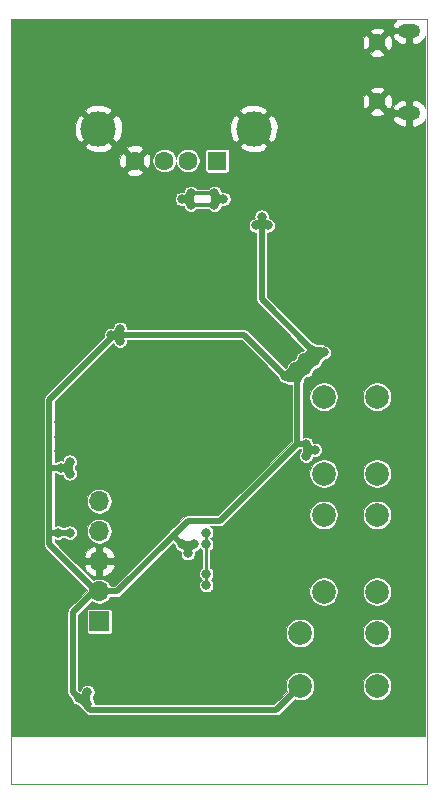
<source format=gbl>
G04 #@! TF.GenerationSoftware,KiCad,Pcbnew,(5.1.5)-3*
G04 #@! TF.CreationDate,2020-05-10T00:15:01-05:00*
G04 #@! TF.ProjectId,PWManager,50574d61-6e61-4676-9572-2e6b69636164,rev?*
G04 #@! TF.SameCoordinates,Original*
G04 #@! TF.FileFunction,Copper,L2,Bot*
G04 #@! TF.FilePolarity,Positive*
%FSLAX46Y46*%
G04 Gerber Fmt 4.6, Leading zero omitted, Abs format (unit mm)*
G04 Created by KiCad (PCBNEW (5.1.5)-3) date 2020-05-10 00:15:01*
%MOMM*%
%LPD*%
G04 APERTURE LIST*
%ADD10C,0.050000*%
%ADD11C,2.000000*%
%ADD12C,1.600000*%
%ADD13R,1.600000X1.600000*%
%ADD14C,3.000000*%
%ADD15O,1.900000X1.200000*%
%ADD16C,1.450000*%
%ADD17O,1.700000X1.700000*%
%ADD18R,1.700000X1.700000*%
%ADD19C,0.800000*%
%ADD20C,0.500000*%
%ADD21C,0.300000*%
%ADD22C,0.250000*%
%ADD23C,0.025400*%
G04 APERTURE END LIST*
D10*
X157750000Y-86750000D02*
X157750000Y-22000000D01*
X157750000Y-86750000D02*
X122500000Y-86750000D01*
X122500000Y-86750000D02*
X122500000Y-22000000D01*
X157750000Y-22000000D02*
X122500000Y-22000000D01*
D11*
X147000000Y-78500000D03*
X147000000Y-74000000D03*
X153500000Y-78500000D03*
X153500000Y-74000000D03*
X153500000Y-70500000D03*
X149000000Y-70500000D03*
X153500000Y-64000000D03*
X149000000Y-64000000D03*
X153500000Y-60500000D03*
X149000000Y-60500000D03*
X153500000Y-54000000D03*
X149000000Y-54000000D03*
D12*
X133000000Y-34000000D03*
X135500000Y-34000000D03*
X137500000Y-34000000D03*
D13*
X140000000Y-34000000D03*
D14*
X143070000Y-31290000D03*
X129930000Y-31290000D03*
D15*
X156237500Y-23000000D03*
X156237500Y-30000000D03*
D16*
X153537500Y-24000000D03*
X153537500Y-29000000D03*
D17*
X130000000Y-62840000D03*
X130000000Y-65380000D03*
X130000000Y-67920000D03*
X130000000Y-70460000D03*
D18*
X130000000Y-73000000D03*
D19*
X138750000Y-57750000D03*
X137250000Y-57750000D03*
X138750000Y-56250000D03*
X137250000Y-56250000D03*
X138000000Y-57000000D03*
X146500000Y-43500000D03*
X146500000Y-42500000D03*
X145750000Y-38750000D03*
X146500000Y-39500000D03*
X133500000Y-53500000D03*
X133500000Y-52500000D03*
X132500000Y-52500000D03*
X132000000Y-51500000D03*
X131000000Y-52250000D03*
X131000000Y-50750000D03*
X130000000Y-51500000D03*
X132250000Y-50250000D03*
X129250000Y-52250000D03*
X127250000Y-51250000D03*
X128250000Y-50250000D03*
X129250000Y-49250000D03*
X130000000Y-48000000D03*
X128000000Y-49000000D03*
X127000000Y-50000000D03*
X126000000Y-51000000D03*
X126250000Y-52250000D03*
X125750000Y-49750000D03*
X126750000Y-48750000D03*
X128000000Y-47750000D03*
X129000000Y-48000000D03*
X135250000Y-47000000D03*
X133750000Y-47000000D03*
X132250000Y-47000000D03*
X133000000Y-46000000D03*
X134500000Y-46000000D03*
X132250000Y-45000000D03*
X133750000Y-45000000D03*
X135250000Y-45000000D03*
X137500000Y-47750000D03*
X137500000Y-46500000D03*
X137500000Y-45250000D03*
X137500000Y-44000000D03*
X137750000Y-42750000D03*
X138750000Y-41750000D03*
X139750000Y-40750000D03*
X139750000Y-39500000D03*
X147750000Y-57000000D03*
X149000000Y-57000000D03*
X150500000Y-57000000D03*
X149750000Y-57750000D03*
X150500000Y-58500000D03*
X151250000Y-57750000D03*
X151250000Y-56250000D03*
X152000000Y-57000000D03*
X151250000Y-59250000D03*
X152000000Y-58500000D03*
X152750000Y-57750000D03*
X150250000Y-50000000D03*
X151250000Y-49500000D03*
X151250000Y-48500000D03*
X151750000Y-47500000D03*
X150000000Y-45500000D03*
X151250000Y-45500000D03*
X151500000Y-46500000D03*
X149750000Y-43250000D03*
X149750000Y-42300000D03*
X149350000Y-44250000D03*
X151650000Y-44250000D03*
X151650000Y-43200000D03*
X151650000Y-42100000D03*
X140500000Y-65500000D03*
X141500000Y-64500000D03*
X141500000Y-65500000D03*
X140500000Y-66500000D03*
X141500000Y-66500000D03*
X136000000Y-67250000D03*
X135250000Y-68000000D03*
X135750000Y-69000000D03*
X136500000Y-68250000D03*
X137000000Y-69250000D03*
X137000000Y-70500000D03*
X137000000Y-71750000D03*
X129000000Y-77500000D03*
X129000000Y-76250000D03*
X130250000Y-76250000D03*
X130250000Y-75000000D03*
X129000000Y-75000000D03*
X131500000Y-75000000D03*
X131500000Y-76250000D03*
X126750000Y-77500000D03*
X126750000Y-76250000D03*
X125500000Y-76250000D03*
X125500000Y-77500000D03*
X126750000Y-78750000D03*
X124750000Y-74750000D03*
X124750000Y-73500000D03*
X127500000Y-58000000D03*
X127500000Y-56750000D03*
X127500000Y-55500000D03*
X126600000Y-57400000D03*
X126600000Y-56100000D03*
X126600000Y-58600000D03*
X132250000Y-68000000D03*
X132250000Y-66750000D03*
X133500000Y-66750000D03*
X133500000Y-65500000D03*
X132250000Y-65500000D03*
X132250000Y-64250000D03*
X133500000Y-64250000D03*
X133500000Y-63000000D03*
X143250000Y-81500000D03*
X144500000Y-81500000D03*
X143250000Y-79500000D03*
X144500000Y-79500000D03*
X144500000Y-78250000D03*
X143250000Y-78250000D03*
X143250000Y-77000000D03*
X144500000Y-77000000D03*
X145750000Y-77000000D03*
X145750000Y-75750000D03*
X144500000Y-75750000D03*
X143250000Y-75750000D03*
X139750000Y-81500000D03*
X138500000Y-81500000D03*
X138500000Y-79500000D03*
X139750000Y-79500000D03*
X134750000Y-78250000D03*
X136000000Y-78250000D03*
X147750000Y-68750000D03*
X147750000Y-67500000D03*
X147750000Y-66250000D03*
X149000000Y-66250000D03*
X149000000Y-67500000D03*
X149000000Y-68750000D03*
X147750000Y-62250000D03*
X141250000Y-73500000D03*
X140000000Y-73500000D03*
X140000000Y-72000000D03*
X140000000Y-70500000D03*
X141250000Y-68500000D03*
X140000000Y-68500000D03*
X140750000Y-67500000D03*
X142000000Y-67500000D03*
X147000000Y-37000000D03*
X146000000Y-37000000D03*
X145000000Y-37000000D03*
X144000000Y-37000000D03*
X143000000Y-37000000D03*
X142000000Y-37000000D03*
X142000000Y-38000000D03*
X145000000Y-33500000D03*
X146000000Y-32250000D03*
X146000000Y-30500000D03*
X145000000Y-29250000D03*
X133250000Y-36250000D03*
X132000000Y-36250000D03*
X132000000Y-37500000D03*
X133250000Y-37500000D03*
X133250000Y-38750000D03*
X132000000Y-38750000D03*
X135250000Y-37500000D03*
X135250000Y-36250000D03*
X133250000Y-40000000D03*
X132000000Y-40000000D03*
X147750000Y-76250000D03*
X150750000Y-73250000D03*
X151000000Y-69750000D03*
X151250000Y-66250000D03*
X151250000Y-63000000D03*
X151250000Y-61250000D03*
X151250000Y-64750000D03*
X151250000Y-68000000D03*
X151000000Y-71500000D03*
X150500000Y-74750000D03*
X149500000Y-76000000D03*
X124000000Y-81500000D03*
X124000000Y-79750000D03*
X125750000Y-81500000D03*
X156250000Y-81500000D03*
X156250000Y-79750000D03*
X154500000Y-81500000D03*
X123750000Y-23000000D03*
X125500000Y-23000000D03*
X123750000Y-24750000D03*
X151750000Y-23250000D03*
X151750000Y-24750000D03*
X150250000Y-24750000D03*
X150250000Y-23250000D03*
X148500000Y-24750000D03*
X148500000Y-23250000D03*
X146750000Y-24750000D03*
X146750000Y-23250000D03*
X151750000Y-28750000D03*
X151750000Y-30250000D03*
X153500000Y-32000000D03*
X156250000Y-32000000D03*
X137500000Y-49650000D03*
X137500000Y-50650000D03*
X137500000Y-67250000D03*
X127500000Y-59500000D03*
X126750000Y-60000000D03*
X126500000Y-65500000D03*
X128250000Y-79500000D03*
X127500000Y-65500000D03*
X127500000Y-60500000D03*
X138000000Y-66500000D03*
X147500000Y-59000000D03*
X149000000Y-50250000D03*
X145750000Y-52250000D03*
X148000000Y-50000000D03*
X146750000Y-52500000D03*
X148250000Y-51000000D03*
X147250000Y-50750000D03*
X146500000Y-51500000D03*
X147500000Y-51750000D03*
X144250000Y-39500000D03*
X143250000Y-39500000D03*
X143750000Y-38750000D03*
X147500000Y-58000000D03*
X137000000Y-66500000D03*
X131750000Y-49250000D03*
X131000000Y-48750000D03*
X131750000Y-48250000D03*
X129000000Y-79000000D03*
X129000000Y-80000000D03*
X148250000Y-58500000D03*
X137000000Y-37250000D03*
X137750000Y-37750000D03*
X137750000Y-36750000D03*
X139750000Y-36750000D03*
X139750000Y-37750000D03*
X140500000Y-37250000D03*
X139050000Y-66500000D03*
X139050000Y-69000000D03*
X139050000Y-65500000D03*
X139050000Y-69950000D03*
D20*
X127500000Y-59500000D02*
X127500000Y-60500000D01*
X127000000Y-60000000D02*
X127500000Y-60500000D01*
X127000000Y-60000000D02*
X127500000Y-59500000D01*
X126750000Y-60000000D02*
X127000000Y-60000000D01*
X126500000Y-65500000D02*
X127500000Y-65500000D01*
X129000000Y-80000000D02*
X129000000Y-79000000D01*
X128500000Y-79500000D02*
X129000000Y-79000000D01*
X128500000Y-79500000D02*
X129000000Y-80000000D01*
X128250000Y-79500000D02*
X128500000Y-79500000D01*
X137000000Y-66500000D02*
X138000000Y-66500000D01*
X137500000Y-67000000D02*
X138000000Y-66500000D01*
X137500000Y-67000000D02*
X137000000Y-66500000D01*
X137500000Y-67250000D02*
X137500000Y-67000000D01*
X147500000Y-59000000D02*
X147500000Y-58000000D01*
X148000000Y-58500000D02*
X147500000Y-58000000D01*
X148000000Y-58500000D02*
X147500000Y-59000000D01*
X148250000Y-58500000D02*
X148000000Y-58500000D01*
X145750000Y-52250000D02*
X148000000Y-50000000D01*
X148750000Y-50000000D02*
X149000000Y-50250000D01*
X148000000Y-50000000D02*
X148750000Y-50000000D01*
X149000000Y-50250000D02*
X146750000Y-52500000D01*
X146000000Y-52500000D02*
X145750000Y-52250000D01*
X146750000Y-52500000D02*
X146000000Y-52500000D01*
X146750000Y-52500000D02*
X146750000Y-52000000D01*
X146750000Y-52000000D02*
X148500000Y-50250000D01*
X146750000Y-52000000D02*
X146500000Y-52000000D01*
X148000000Y-50500000D02*
X148000000Y-50000000D01*
X146500000Y-52000000D02*
X148000000Y-50500000D01*
X146250000Y-52250000D02*
X146500000Y-52000000D01*
X145750000Y-52250000D02*
X146250000Y-52250000D01*
X143250000Y-39500000D02*
X144250000Y-39500000D01*
X143750000Y-39000000D02*
X143250000Y-39500000D01*
X143750000Y-39000000D02*
X144250000Y-39500000D01*
X143750000Y-38750000D02*
X143750000Y-39000000D01*
X131250000Y-48750000D02*
X131750000Y-49250000D01*
X131250000Y-48750000D02*
X131750000Y-48250000D01*
X131000000Y-48750000D02*
X131250000Y-48750000D01*
X131750000Y-49250000D02*
X131750000Y-48250000D01*
X146750000Y-52500000D02*
X146750000Y-58000000D01*
X146750000Y-58000000D02*
X140250000Y-64500000D01*
X140250000Y-64500000D02*
X137500000Y-64500000D01*
X131540000Y-70460000D02*
X130000000Y-70460000D01*
X130000000Y-70460000D02*
X129710000Y-70460000D01*
X129710000Y-70460000D02*
X125750000Y-66500000D01*
X125750000Y-54250000D02*
X131750000Y-48250000D01*
X130000000Y-70460000D02*
X129960000Y-70500000D01*
X129960000Y-70500000D02*
X129500000Y-70500000D01*
X129500000Y-70500000D02*
X127750000Y-72250000D01*
X127750000Y-79000000D02*
X128250000Y-79500000D01*
X127750000Y-72250000D02*
X127750000Y-79000000D01*
X137000000Y-66500000D02*
X136250000Y-65750000D01*
X137500000Y-64500000D02*
X136250000Y-65750000D01*
X136250000Y-65750000D02*
X131540000Y-70460000D01*
X147500000Y-58000000D02*
X146750000Y-58000000D01*
X126750000Y-60000000D02*
X125750000Y-60000000D01*
X125750000Y-60000000D02*
X125750000Y-54250000D01*
X126500000Y-65500000D02*
X125750000Y-65500000D01*
X125750000Y-66500000D02*
X125750000Y-65500000D01*
X125750000Y-65500000D02*
X125750000Y-60000000D01*
X127750000Y-79000000D02*
X129250000Y-80500000D01*
X145000000Y-80500000D02*
X147000000Y-78500000D01*
X129250000Y-80500000D02*
X145000000Y-80500000D01*
X143750000Y-45750000D02*
X143750000Y-38750000D01*
X148000000Y-50000000D02*
X143750000Y-45750000D01*
X142250000Y-48750000D02*
X131000000Y-48750000D01*
X145750000Y-52250000D02*
X142250000Y-48750000D01*
D21*
X139750000Y-36750000D02*
X137750000Y-36750000D01*
X139750000Y-37750000D02*
X137750000Y-37750000D01*
D20*
X139750000Y-37750000D02*
X139750000Y-36750000D01*
X140250000Y-37250000D02*
X139750000Y-36750000D01*
X140250000Y-37250000D02*
X139750000Y-37750000D01*
X140500000Y-37250000D02*
X140250000Y-37250000D01*
X137750000Y-37750000D02*
X137750000Y-36750000D01*
X137250000Y-37250000D02*
X137750000Y-36750000D01*
X137250000Y-37250000D02*
X137750000Y-37750000D01*
X137000000Y-37250000D02*
X137250000Y-37250000D01*
D22*
X139050000Y-69000000D02*
X139050000Y-66500000D01*
X139000000Y-66450000D02*
X139050000Y-66500000D01*
X139050000Y-65500000D02*
X139050000Y-66450000D01*
X139050000Y-69950000D02*
X139050000Y-69000000D01*
D23*
G36*
X155035313Y-22246490D02*
G01*
X154904685Y-22427222D01*
X154844308Y-22590467D01*
X154926816Y-22758700D01*
X155996200Y-22758700D01*
X155996200Y-22738700D01*
X156478800Y-22738700D01*
X156478800Y-22758700D01*
X156498800Y-22758700D01*
X156498800Y-23241300D01*
X156478800Y-23241300D01*
X156478800Y-24002161D01*
X156657275Y-24135399D01*
X156877440Y-24099970D01*
X157086462Y-24022270D01*
X157276310Y-23905285D01*
X157439687Y-23753510D01*
X157570315Y-23572778D01*
X157612301Y-23459258D01*
X157612301Y-29540742D01*
X157570315Y-29427222D01*
X157439687Y-29246490D01*
X157276310Y-29094715D01*
X157086462Y-28977730D01*
X156877440Y-28900030D01*
X156657275Y-28864601D01*
X156478800Y-28997839D01*
X156478800Y-29758700D01*
X156498800Y-29758700D01*
X156498800Y-30241300D01*
X156478800Y-30241300D01*
X156478800Y-31002161D01*
X156657275Y-31135399D01*
X156877440Y-31099970D01*
X157086462Y-31022270D01*
X157276310Y-30905285D01*
X157439687Y-30753510D01*
X157570315Y-30572778D01*
X157612301Y-30459258D01*
X157612300Y-82737300D01*
X122637700Y-82737300D01*
X122637700Y-54250000D01*
X125285062Y-54250000D01*
X125287301Y-54272732D01*
X125287300Y-59977278D01*
X125285062Y-60000000D01*
X125287301Y-60022732D01*
X125287300Y-65477278D01*
X125285062Y-65500000D01*
X125287301Y-65522732D01*
X125287300Y-66477278D01*
X125285062Y-66500000D01*
X125289395Y-66543996D01*
X125293996Y-66590704D01*
X125320453Y-66677923D01*
X125363418Y-66758305D01*
X125421239Y-66828761D01*
X125438895Y-66843251D01*
X128939569Y-70343926D01*
X128937300Y-70355333D01*
X128937300Y-70408343D01*
X127438894Y-71906750D01*
X127421239Y-71921239D01*
X127363418Y-71991695D01*
X127320453Y-72072077D01*
X127309464Y-72108304D01*
X127293996Y-72159296D01*
X127285062Y-72250000D01*
X127287300Y-72272722D01*
X127287301Y-78977268D01*
X127285062Y-79000000D01*
X127293996Y-79090704D01*
X127318426Y-79171239D01*
X127320454Y-79177924D01*
X127363419Y-79258306D01*
X127421240Y-79328761D01*
X127438890Y-79343246D01*
X127637300Y-79541656D01*
X127637300Y-79560346D01*
X127660845Y-79678718D01*
X127707032Y-79790222D01*
X127774085Y-79890574D01*
X127859426Y-79975915D01*
X127959778Y-80042968D01*
X128071282Y-80089155D01*
X128189654Y-80112700D01*
X128208344Y-80112700D01*
X128906749Y-80811105D01*
X128921239Y-80828761D01*
X128991694Y-80886582D01*
X129072076Y-80929547D01*
X129132837Y-80947978D01*
X129159294Y-80956004D01*
X129249999Y-80964938D01*
X129272721Y-80962700D01*
X144977278Y-80962700D01*
X145000000Y-80964938D01*
X145022722Y-80962700D01*
X145090705Y-80956004D01*
X145177924Y-80929547D01*
X145258306Y-80886582D01*
X145328761Y-80828761D01*
X145343251Y-80811106D01*
X146534539Y-79619817D01*
X146646268Y-79666097D01*
X146880559Y-79712700D01*
X147119441Y-79712700D01*
X147353732Y-79666097D01*
X147574429Y-79574681D01*
X147773051Y-79441966D01*
X147941966Y-79273051D01*
X148074681Y-79074429D01*
X148166097Y-78853732D01*
X148212700Y-78619441D01*
X148212700Y-78380559D01*
X152287300Y-78380559D01*
X152287300Y-78619441D01*
X152333903Y-78853732D01*
X152425319Y-79074429D01*
X152558034Y-79273051D01*
X152726949Y-79441966D01*
X152925571Y-79574681D01*
X153146268Y-79666097D01*
X153380559Y-79712700D01*
X153619441Y-79712700D01*
X153853732Y-79666097D01*
X154074429Y-79574681D01*
X154273051Y-79441966D01*
X154441966Y-79273051D01*
X154574681Y-79074429D01*
X154666097Y-78853732D01*
X154712700Y-78619441D01*
X154712700Y-78380559D01*
X154666097Y-78146268D01*
X154574681Y-77925571D01*
X154441966Y-77726949D01*
X154273051Y-77558034D01*
X154074429Y-77425319D01*
X153853732Y-77333903D01*
X153619441Y-77287300D01*
X153380559Y-77287300D01*
X153146268Y-77333903D01*
X152925571Y-77425319D01*
X152726949Y-77558034D01*
X152558034Y-77726949D01*
X152425319Y-77925571D01*
X152333903Y-78146268D01*
X152287300Y-78380559D01*
X148212700Y-78380559D01*
X148166097Y-78146268D01*
X148074681Y-77925571D01*
X147941966Y-77726949D01*
X147773051Y-77558034D01*
X147574429Y-77425319D01*
X147353732Y-77333903D01*
X147119441Y-77287300D01*
X146880559Y-77287300D01*
X146646268Y-77333903D01*
X146425571Y-77425319D01*
X146226949Y-77558034D01*
X146058034Y-77726949D01*
X145925319Y-77925571D01*
X145833903Y-78146268D01*
X145787300Y-78380559D01*
X145787300Y-78619441D01*
X145833903Y-78853732D01*
X145880183Y-78965461D01*
X144808344Y-80037300D01*
X129612700Y-80037300D01*
X129612700Y-79939654D01*
X129589155Y-79821282D01*
X129542968Y-79709778D01*
X129475915Y-79609426D01*
X129462700Y-79596211D01*
X129462700Y-79403789D01*
X129475915Y-79390574D01*
X129542968Y-79290222D01*
X129589155Y-79178718D01*
X129612700Y-79060346D01*
X129612700Y-78939654D01*
X129589155Y-78821282D01*
X129542968Y-78709778D01*
X129475915Y-78609426D01*
X129390574Y-78524085D01*
X129290222Y-78457032D01*
X129178718Y-78410845D01*
X129060346Y-78387300D01*
X128939654Y-78387300D01*
X128821282Y-78410845D01*
X128709778Y-78457032D01*
X128609426Y-78524085D01*
X128524085Y-78609426D01*
X128457032Y-78709778D01*
X128410845Y-78821282D01*
X128394389Y-78904017D01*
X128310346Y-78887300D01*
X128291656Y-78887300D01*
X128212700Y-78808344D01*
X128212700Y-72441656D01*
X128504356Y-72150000D01*
X128936271Y-72150000D01*
X128936271Y-73850000D01*
X128940378Y-73891696D01*
X128952540Y-73931791D01*
X128972291Y-73968741D01*
X128998871Y-74001129D01*
X129031259Y-74027709D01*
X129068209Y-74047460D01*
X129108304Y-74059622D01*
X129150000Y-74063729D01*
X130850000Y-74063729D01*
X130891696Y-74059622D01*
X130931791Y-74047460D01*
X130968741Y-74027709D01*
X131001129Y-74001129D01*
X131027709Y-73968741D01*
X131047460Y-73931791D01*
X131059622Y-73891696D01*
X131060718Y-73880559D01*
X145787300Y-73880559D01*
X145787300Y-74119441D01*
X145833903Y-74353732D01*
X145925319Y-74574429D01*
X146058034Y-74773051D01*
X146226949Y-74941966D01*
X146425571Y-75074681D01*
X146646268Y-75166097D01*
X146880559Y-75212700D01*
X147119441Y-75212700D01*
X147353732Y-75166097D01*
X147574429Y-75074681D01*
X147773051Y-74941966D01*
X147941966Y-74773051D01*
X148074681Y-74574429D01*
X148166097Y-74353732D01*
X148212700Y-74119441D01*
X148212700Y-73880559D01*
X152287300Y-73880559D01*
X152287300Y-74119441D01*
X152333903Y-74353732D01*
X152425319Y-74574429D01*
X152558034Y-74773051D01*
X152726949Y-74941966D01*
X152925571Y-75074681D01*
X153146268Y-75166097D01*
X153380559Y-75212700D01*
X153619441Y-75212700D01*
X153853732Y-75166097D01*
X154074429Y-75074681D01*
X154273051Y-74941966D01*
X154441966Y-74773051D01*
X154574681Y-74574429D01*
X154666097Y-74353732D01*
X154712700Y-74119441D01*
X154712700Y-73880559D01*
X154666097Y-73646268D01*
X154574681Y-73425571D01*
X154441966Y-73226949D01*
X154273051Y-73058034D01*
X154074429Y-72925319D01*
X153853732Y-72833903D01*
X153619441Y-72787300D01*
X153380559Y-72787300D01*
X153146268Y-72833903D01*
X152925571Y-72925319D01*
X152726949Y-73058034D01*
X152558034Y-73226949D01*
X152425319Y-73425571D01*
X152333903Y-73646268D01*
X152287300Y-73880559D01*
X148212700Y-73880559D01*
X148166097Y-73646268D01*
X148074681Y-73425571D01*
X147941966Y-73226949D01*
X147773051Y-73058034D01*
X147574429Y-72925319D01*
X147353732Y-72833903D01*
X147119441Y-72787300D01*
X146880559Y-72787300D01*
X146646268Y-72833903D01*
X146425571Y-72925319D01*
X146226949Y-73058034D01*
X146058034Y-73226949D01*
X145925319Y-73425571D01*
X145833903Y-73646268D01*
X145787300Y-73880559D01*
X131060718Y-73880559D01*
X131063729Y-73850000D01*
X131063729Y-72150000D01*
X131059622Y-72108304D01*
X131047460Y-72068209D01*
X131027709Y-72031259D01*
X131001129Y-71998871D01*
X130968741Y-71972291D01*
X130931791Y-71952540D01*
X130891696Y-71940378D01*
X130850000Y-71936271D01*
X129150000Y-71936271D01*
X129108304Y-71940378D01*
X129068209Y-71952540D01*
X129031259Y-71972291D01*
X128998871Y-71998871D01*
X128972291Y-72031259D01*
X128952540Y-72068209D01*
X128940378Y-72108304D01*
X128936271Y-72150000D01*
X128504356Y-72150000D01*
X129350344Y-71304013D01*
X129496623Y-71401753D01*
X129690022Y-71481861D01*
X129895333Y-71522700D01*
X130104667Y-71522700D01*
X130309978Y-71481861D01*
X130503377Y-71401753D01*
X130677432Y-71285453D01*
X130825453Y-71137432D01*
X130941753Y-70963377D01*
X130958602Y-70922700D01*
X131517278Y-70922700D01*
X131540000Y-70924938D01*
X131562722Y-70922700D01*
X131630705Y-70916004D01*
X131717924Y-70889547D01*
X131798306Y-70846582D01*
X131868761Y-70788761D01*
X131883251Y-70771105D01*
X136250000Y-66404357D01*
X136387300Y-66541657D01*
X136387300Y-66560346D01*
X136410845Y-66678718D01*
X136457032Y-66790222D01*
X136524085Y-66890574D01*
X136609426Y-66975915D01*
X136709778Y-67042968D01*
X136821282Y-67089155D01*
X136904017Y-67105611D01*
X136887300Y-67189654D01*
X136887300Y-67310346D01*
X136910845Y-67428718D01*
X136957032Y-67540222D01*
X137024085Y-67640574D01*
X137109426Y-67725915D01*
X137209778Y-67792968D01*
X137321282Y-67839155D01*
X137439654Y-67862700D01*
X137560346Y-67862700D01*
X137678718Y-67839155D01*
X137790222Y-67792968D01*
X137890574Y-67725915D01*
X137975915Y-67640574D01*
X138042968Y-67540222D01*
X138089155Y-67428718D01*
X138112700Y-67310346D01*
X138112700Y-67189654D01*
X138095983Y-67105611D01*
X138178718Y-67089155D01*
X138290222Y-67042968D01*
X138390574Y-66975915D01*
X138475915Y-66890574D01*
X138525000Y-66817113D01*
X138574085Y-66890574D01*
X138659426Y-66975915D01*
X138712301Y-67011245D01*
X138712300Y-68488756D01*
X138659426Y-68524085D01*
X138574085Y-68609426D01*
X138507032Y-68709778D01*
X138460845Y-68821282D01*
X138437300Y-68939654D01*
X138437300Y-69060346D01*
X138460845Y-69178718D01*
X138507032Y-69290222D01*
X138574085Y-69390574D01*
X138658511Y-69475000D01*
X138574085Y-69559426D01*
X138507032Y-69659778D01*
X138460845Y-69771282D01*
X138437300Y-69889654D01*
X138437300Y-70010346D01*
X138460845Y-70128718D01*
X138507032Y-70240222D01*
X138574085Y-70340574D01*
X138659426Y-70425915D01*
X138759778Y-70492968D01*
X138871282Y-70539155D01*
X138989654Y-70562700D01*
X139110346Y-70562700D01*
X139228718Y-70539155D01*
X139340222Y-70492968D01*
X139440574Y-70425915D01*
X139485930Y-70380559D01*
X147787300Y-70380559D01*
X147787300Y-70619441D01*
X147833903Y-70853732D01*
X147925319Y-71074429D01*
X148058034Y-71273051D01*
X148226949Y-71441966D01*
X148425571Y-71574681D01*
X148646268Y-71666097D01*
X148880559Y-71712700D01*
X149119441Y-71712700D01*
X149353732Y-71666097D01*
X149574429Y-71574681D01*
X149773051Y-71441966D01*
X149941966Y-71273051D01*
X150074681Y-71074429D01*
X150166097Y-70853732D01*
X150212700Y-70619441D01*
X150212700Y-70380559D01*
X152287300Y-70380559D01*
X152287300Y-70619441D01*
X152333903Y-70853732D01*
X152425319Y-71074429D01*
X152558034Y-71273051D01*
X152726949Y-71441966D01*
X152925571Y-71574681D01*
X153146268Y-71666097D01*
X153380559Y-71712700D01*
X153619441Y-71712700D01*
X153853732Y-71666097D01*
X154074429Y-71574681D01*
X154273051Y-71441966D01*
X154441966Y-71273051D01*
X154574681Y-71074429D01*
X154666097Y-70853732D01*
X154712700Y-70619441D01*
X154712700Y-70380559D01*
X154666097Y-70146268D01*
X154574681Y-69925571D01*
X154441966Y-69726949D01*
X154273051Y-69558034D01*
X154074429Y-69425319D01*
X153853732Y-69333903D01*
X153619441Y-69287300D01*
X153380559Y-69287300D01*
X153146268Y-69333903D01*
X152925571Y-69425319D01*
X152726949Y-69558034D01*
X152558034Y-69726949D01*
X152425319Y-69925571D01*
X152333903Y-70146268D01*
X152287300Y-70380559D01*
X150212700Y-70380559D01*
X150166097Y-70146268D01*
X150074681Y-69925571D01*
X149941966Y-69726949D01*
X149773051Y-69558034D01*
X149574429Y-69425319D01*
X149353732Y-69333903D01*
X149119441Y-69287300D01*
X148880559Y-69287300D01*
X148646268Y-69333903D01*
X148425571Y-69425319D01*
X148226949Y-69558034D01*
X148058034Y-69726949D01*
X147925319Y-69925571D01*
X147833903Y-70146268D01*
X147787300Y-70380559D01*
X139485930Y-70380559D01*
X139525915Y-70340574D01*
X139592968Y-70240222D01*
X139639155Y-70128718D01*
X139662700Y-70010346D01*
X139662700Y-69889654D01*
X139639155Y-69771282D01*
X139592968Y-69659778D01*
X139525915Y-69559426D01*
X139441489Y-69475000D01*
X139525915Y-69390574D01*
X139592968Y-69290222D01*
X139639155Y-69178718D01*
X139662700Y-69060346D01*
X139662700Y-68939654D01*
X139639155Y-68821282D01*
X139592968Y-68709778D01*
X139525915Y-68609426D01*
X139440574Y-68524085D01*
X139387700Y-68488756D01*
X139387700Y-67011244D01*
X139440574Y-66975915D01*
X139525915Y-66890574D01*
X139592968Y-66790222D01*
X139639155Y-66678718D01*
X139662700Y-66560346D01*
X139662700Y-66439654D01*
X139639155Y-66321282D01*
X139592968Y-66209778D01*
X139525915Y-66109426D01*
X139440574Y-66024085D01*
X139404528Y-66000000D01*
X139440574Y-65975915D01*
X139525915Y-65890574D01*
X139592968Y-65790222D01*
X139639155Y-65678718D01*
X139662700Y-65560346D01*
X139662700Y-65439654D01*
X139639155Y-65321282D01*
X139592968Y-65209778D01*
X139525915Y-65109426D01*
X139440574Y-65024085D01*
X139348705Y-64962700D01*
X140227278Y-64962700D01*
X140250000Y-64964938D01*
X140272722Y-64962700D01*
X140340705Y-64956004D01*
X140427924Y-64929547D01*
X140508306Y-64886582D01*
X140578761Y-64828761D01*
X140593251Y-64811105D01*
X141523797Y-63880559D01*
X147787300Y-63880559D01*
X147787300Y-64119441D01*
X147833903Y-64353732D01*
X147925319Y-64574429D01*
X148058034Y-64773051D01*
X148226949Y-64941966D01*
X148425571Y-65074681D01*
X148646268Y-65166097D01*
X148880559Y-65212700D01*
X149119441Y-65212700D01*
X149353732Y-65166097D01*
X149574429Y-65074681D01*
X149773051Y-64941966D01*
X149941966Y-64773051D01*
X150074681Y-64574429D01*
X150166097Y-64353732D01*
X150212700Y-64119441D01*
X150212700Y-63880559D01*
X152287300Y-63880559D01*
X152287300Y-64119441D01*
X152333903Y-64353732D01*
X152425319Y-64574429D01*
X152558034Y-64773051D01*
X152726949Y-64941966D01*
X152925571Y-65074681D01*
X153146268Y-65166097D01*
X153380559Y-65212700D01*
X153619441Y-65212700D01*
X153853732Y-65166097D01*
X154074429Y-65074681D01*
X154273051Y-64941966D01*
X154441966Y-64773051D01*
X154574681Y-64574429D01*
X154666097Y-64353732D01*
X154712700Y-64119441D01*
X154712700Y-63880559D01*
X154666097Y-63646268D01*
X154574681Y-63425571D01*
X154441966Y-63226949D01*
X154273051Y-63058034D01*
X154074429Y-62925319D01*
X153853732Y-62833903D01*
X153619441Y-62787300D01*
X153380559Y-62787300D01*
X153146268Y-62833903D01*
X152925571Y-62925319D01*
X152726949Y-63058034D01*
X152558034Y-63226949D01*
X152425319Y-63425571D01*
X152333903Y-63646268D01*
X152287300Y-63880559D01*
X150212700Y-63880559D01*
X150166097Y-63646268D01*
X150074681Y-63425571D01*
X149941966Y-63226949D01*
X149773051Y-63058034D01*
X149574429Y-62925319D01*
X149353732Y-62833903D01*
X149119441Y-62787300D01*
X148880559Y-62787300D01*
X148646268Y-62833903D01*
X148425571Y-62925319D01*
X148226949Y-63058034D01*
X148058034Y-63226949D01*
X147925319Y-63425571D01*
X147833903Y-63646268D01*
X147787300Y-63880559D01*
X141523797Y-63880559D01*
X145023797Y-60380559D01*
X147787300Y-60380559D01*
X147787300Y-60619441D01*
X147833903Y-60853732D01*
X147925319Y-61074429D01*
X148058034Y-61273051D01*
X148226949Y-61441966D01*
X148425571Y-61574681D01*
X148646268Y-61666097D01*
X148880559Y-61712700D01*
X149119441Y-61712700D01*
X149353732Y-61666097D01*
X149574429Y-61574681D01*
X149773051Y-61441966D01*
X149941966Y-61273051D01*
X150074681Y-61074429D01*
X150166097Y-60853732D01*
X150212700Y-60619441D01*
X150212700Y-60380559D01*
X152287300Y-60380559D01*
X152287300Y-60619441D01*
X152333903Y-60853732D01*
X152425319Y-61074429D01*
X152558034Y-61273051D01*
X152726949Y-61441966D01*
X152925571Y-61574681D01*
X153146268Y-61666097D01*
X153380559Y-61712700D01*
X153619441Y-61712700D01*
X153853732Y-61666097D01*
X154074429Y-61574681D01*
X154273051Y-61441966D01*
X154441966Y-61273051D01*
X154574681Y-61074429D01*
X154666097Y-60853732D01*
X154712700Y-60619441D01*
X154712700Y-60380559D01*
X154666097Y-60146268D01*
X154574681Y-59925571D01*
X154441966Y-59726949D01*
X154273051Y-59558034D01*
X154074429Y-59425319D01*
X153853732Y-59333903D01*
X153619441Y-59287300D01*
X153380559Y-59287300D01*
X153146268Y-59333903D01*
X152925571Y-59425319D01*
X152726949Y-59558034D01*
X152558034Y-59726949D01*
X152425319Y-59925571D01*
X152333903Y-60146268D01*
X152287300Y-60380559D01*
X150212700Y-60380559D01*
X150166097Y-60146268D01*
X150074681Y-59925571D01*
X149941966Y-59726949D01*
X149773051Y-59558034D01*
X149574429Y-59425319D01*
X149353732Y-59333903D01*
X149119441Y-59287300D01*
X148880559Y-59287300D01*
X148646268Y-59333903D01*
X148425571Y-59425319D01*
X148226949Y-59558034D01*
X148058034Y-59726949D01*
X147925319Y-59925571D01*
X147833903Y-60146268D01*
X147787300Y-60380559D01*
X145023797Y-60380559D01*
X146941657Y-58462700D01*
X147037301Y-58462700D01*
X147037300Y-58596211D01*
X147024085Y-58609426D01*
X146957032Y-58709778D01*
X146910845Y-58821282D01*
X146887300Y-58939654D01*
X146887300Y-59060346D01*
X146910845Y-59178718D01*
X146957032Y-59290222D01*
X147024085Y-59390574D01*
X147109426Y-59475915D01*
X147209778Y-59542968D01*
X147321282Y-59589155D01*
X147439654Y-59612700D01*
X147560346Y-59612700D01*
X147678718Y-59589155D01*
X147790222Y-59542968D01*
X147890574Y-59475915D01*
X147975915Y-59390574D01*
X148042968Y-59290222D01*
X148089155Y-59178718D01*
X148105611Y-59095983D01*
X148189654Y-59112700D01*
X148310346Y-59112700D01*
X148428718Y-59089155D01*
X148540222Y-59042968D01*
X148640574Y-58975915D01*
X148725915Y-58890574D01*
X148792968Y-58790222D01*
X148839155Y-58678718D01*
X148862700Y-58560346D01*
X148862700Y-58439654D01*
X148839155Y-58321282D01*
X148792968Y-58209778D01*
X148725915Y-58109426D01*
X148640574Y-58024085D01*
X148540222Y-57957032D01*
X148428718Y-57910845D01*
X148310346Y-57887300D01*
X148189654Y-57887300D01*
X148105611Y-57904017D01*
X148089155Y-57821282D01*
X148042968Y-57709778D01*
X147975915Y-57609426D01*
X147890574Y-57524085D01*
X147790222Y-57457032D01*
X147678718Y-57410845D01*
X147560346Y-57387300D01*
X147439654Y-57387300D01*
X147321282Y-57410845D01*
X147212700Y-57455822D01*
X147212700Y-53880559D01*
X147787300Y-53880559D01*
X147787300Y-54119441D01*
X147833903Y-54353732D01*
X147925319Y-54574429D01*
X148058034Y-54773051D01*
X148226949Y-54941966D01*
X148425571Y-55074681D01*
X148646268Y-55166097D01*
X148880559Y-55212700D01*
X149119441Y-55212700D01*
X149353732Y-55166097D01*
X149574429Y-55074681D01*
X149773051Y-54941966D01*
X149941966Y-54773051D01*
X150074681Y-54574429D01*
X150166097Y-54353732D01*
X150212700Y-54119441D01*
X150212700Y-53880559D01*
X152287300Y-53880559D01*
X152287300Y-54119441D01*
X152333903Y-54353732D01*
X152425319Y-54574429D01*
X152558034Y-54773051D01*
X152726949Y-54941966D01*
X152925571Y-55074681D01*
X153146268Y-55166097D01*
X153380559Y-55212700D01*
X153619441Y-55212700D01*
X153853732Y-55166097D01*
X154074429Y-55074681D01*
X154273051Y-54941966D01*
X154441966Y-54773051D01*
X154574681Y-54574429D01*
X154666097Y-54353732D01*
X154712700Y-54119441D01*
X154712700Y-53880559D01*
X154666097Y-53646268D01*
X154574681Y-53425571D01*
X154441966Y-53226949D01*
X154273051Y-53058034D01*
X154074429Y-52925319D01*
X153853732Y-52833903D01*
X153619441Y-52787300D01*
X153380559Y-52787300D01*
X153146268Y-52833903D01*
X152925571Y-52925319D01*
X152726949Y-53058034D01*
X152558034Y-53226949D01*
X152425319Y-53425571D01*
X152333903Y-53646268D01*
X152287300Y-53880559D01*
X150212700Y-53880559D01*
X150166097Y-53646268D01*
X150074681Y-53425571D01*
X149941966Y-53226949D01*
X149773051Y-53058034D01*
X149574429Y-52925319D01*
X149353732Y-52833903D01*
X149119441Y-52787300D01*
X148880559Y-52787300D01*
X148646268Y-52833903D01*
X148425571Y-52925319D01*
X148226949Y-53058034D01*
X148058034Y-53226949D01*
X147925319Y-53425571D01*
X147833903Y-53646268D01*
X147787300Y-53880559D01*
X147212700Y-53880559D01*
X147212700Y-52903789D01*
X147225915Y-52890574D01*
X147292968Y-52790222D01*
X147339155Y-52678718D01*
X147362700Y-52560346D01*
X147362700Y-52541656D01*
X147541656Y-52362700D01*
X147560346Y-52362700D01*
X147678718Y-52339155D01*
X147790222Y-52292968D01*
X147890574Y-52225915D01*
X147975915Y-52140574D01*
X148042968Y-52040222D01*
X148089155Y-51928718D01*
X148112700Y-51810346D01*
X148112700Y-51791656D01*
X148291657Y-51612700D01*
X148310346Y-51612700D01*
X148428718Y-51589155D01*
X148540222Y-51542968D01*
X148640574Y-51475915D01*
X148725915Y-51390574D01*
X148792968Y-51290222D01*
X148839155Y-51178718D01*
X148862700Y-51060346D01*
X148862700Y-51041657D01*
X149041657Y-50862700D01*
X149060346Y-50862700D01*
X149178718Y-50839155D01*
X149290222Y-50792968D01*
X149390574Y-50725915D01*
X149475915Y-50640574D01*
X149542968Y-50540222D01*
X149589155Y-50428718D01*
X149612700Y-50310346D01*
X149612700Y-50189654D01*
X149589155Y-50071282D01*
X149542968Y-49959778D01*
X149475915Y-49859426D01*
X149390574Y-49774085D01*
X149290222Y-49707032D01*
X149178718Y-49660845D01*
X149060346Y-49637300D01*
X149037406Y-49637300D01*
X149008306Y-49613418D01*
X148927924Y-49570453D01*
X148840705Y-49543996D01*
X148772722Y-49537300D01*
X148750000Y-49535062D01*
X148727278Y-49537300D01*
X148403789Y-49537300D01*
X148390574Y-49524085D01*
X148290222Y-49457032D01*
X148178718Y-49410845D01*
X148060346Y-49387300D01*
X148041657Y-49387300D01*
X144212700Y-45558344D01*
X144212700Y-40112700D01*
X144310346Y-40112700D01*
X144428718Y-40089155D01*
X144540222Y-40042968D01*
X144640574Y-39975915D01*
X144725915Y-39890574D01*
X144792968Y-39790222D01*
X144839155Y-39678718D01*
X144862700Y-39560346D01*
X144862700Y-39439654D01*
X144839155Y-39321282D01*
X144792968Y-39209778D01*
X144725915Y-39109426D01*
X144640574Y-39024085D01*
X144540222Y-38957032D01*
X144428718Y-38910845D01*
X144345983Y-38894389D01*
X144362700Y-38810346D01*
X144362700Y-38689654D01*
X144339155Y-38571282D01*
X144292968Y-38459778D01*
X144225915Y-38359426D01*
X144140574Y-38274085D01*
X144040222Y-38207032D01*
X143928718Y-38160845D01*
X143810346Y-38137300D01*
X143689654Y-38137300D01*
X143571282Y-38160845D01*
X143459778Y-38207032D01*
X143359426Y-38274085D01*
X143274085Y-38359426D01*
X143207032Y-38459778D01*
X143160845Y-38571282D01*
X143137300Y-38689654D01*
X143137300Y-38810346D01*
X143154017Y-38894389D01*
X143071282Y-38910845D01*
X142959778Y-38957032D01*
X142859426Y-39024085D01*
X142774085Y-39109426D01*
X142707032Y-39209778D01*
X142660845Y-39321282D01*
X142637300Y-39439654D01*
X142637300Y-39560346D01*
X142660845Y-39678718D01*
X142707032Y-39790222D01*
X142774085Y-39890574D01*
X142859426Y-39975915D01*
X142959778Y-40042968D01*
X143071282Y-40089155D01*
X143189654Y-40112700D01*
X143287301Y-40112700D01*
X143287300Y-45727278D01*
X143285062Y-45750000D01*
X143287300Y-45772721D01*
X143293996Y-45840704D01*
X143320453Y-45927923D01*
X143363418Y-46008305D01*
X143421239Y-46078761D01*
X143438895Y-46093251D01*
X147345643Y-50000000D01*
X147208343Y-50137300D01*
X147189654Y-50137300D01*
X147071282Y-50160845D01*
X146959778Y-50207032D01*
X146859426Y-50274085D01*
X146774085Y-50359426D01*
X146707032Y-50459778D01*
X146660845Y-50571282D01*
X146637300Y-50689654D01*
X146637300Y-50708343D01*
X146458344Y-50887300D01*
X146439654Y-50887300D01*
X146321282Y-50910845D01*
X146209778Y-50957032D01*
X146109426Y-51024085D01*
X146024085Y-51109426D01*
X145957032Y-51209778D01*
X145910845Y-51321282D01*
X145887300Y-51439654D01*
X145887300Y-51458344D01*
X145750000Y-51595644D01*
X142593251Y-48438895D01*
X142578761Y-48421239D01*
X142508306Y-48363418D01*
X142427924Y-48320453D01*
X142340705Y-48293996D01*
X142272722Y-48287300D01*
X142250000Y-48285062D01*
X142227278Y-48287300D01*
X132362700Y-48287300D01*
X132362700Y-48189654D01*
X132339155Y-48071282D01*
X132292968Y-47959778D01*
X132225915Y-47859426D01*
X132140574Y-47774085D01*
X132040222Y-47707032D01*
X131928718Y-47660845D01*
X131810346Y-47637300D01*
X131689654Y-47637300D01*
X131571282Y-47660845D01*
X131459778Y-47707032D01*
X131359426Y-47774085D01*
X131274085Y-47859426D01*
X131207032Y-47959778D01*
X131160845Y-48071282D01*
X131144389Y-48154017D01*
X131060346Y-48137300D01*
X130939654Y-48137300D01*
X130821282Y-48160845D01*
X130709778Y-48207032D01*
X130609426Y-48274085D01*
X130524085Y-48359426D01*
X130457032Y-48459778D01*
X130410845Y-48571282D01*
X130387300Y-48689654D01*
X130387300Y-48810346D01*
X130410845Y-48928718D01*
X130412626Y-48933018D01*
X125438890Y-53906754D01*
X125421240Y-53921239D01*
X125363419Y-53991694D01*
X125320454Y-54072076D01*
X125293996Y-54159296D01*
X125285062Y-54250000D01*
X122637700Y-54250000D01*
X122637700Y-37189654D01*
X136387300Y-37189654D01*
X136387300Y-37310346D01*
X136410845Y-37428718D01*
X136457032Y-37540222D01*
X136524085Y-37640574D01*
X136609426Y-37725915D01*
X136709778Y-37792968D01*
X136821282Y-37839155D01*
X136939654Y-37862700D01*
X137060346Y-37862700D01*
X137144389Y-37845983D01*
X137160845Y-37928718D01*
X137207032Y-38040222D01*
X137274085Y-38140574D01*
X137359426Y-38225915D01*
X137459778Y-38292968D01*
X137571282Y-38339155D01*
X137689654Y-38362700D01*
X137810346Y-38362700D01*
X137928718Y-38339155D01*
X138040222Y-38292968D01*
X138140574Y-38225915D01*
X138225915Y-38140574D01*
X138244540Y-38112700D01*
X139255460Y-38112700D01*
X139274085Y-38140574D01*
X139359426Y-38225915D01*
X139459778Y-38292968D01*
X139571282Y-38339155D01*
X139689654Y-38362700D01*
X139810346Y-38362700D01*
X139928718Y-38339155D01*
X140040222Y-38292968D01*
X140140574Y-38225915D01*
X140225915Y-38140574D01*
X140292968Y-38040222D01*
X140339155Y-37928718D01*
X140355611Y-37845983D01*
X140439654Y-37862700D01*
X140560346Y-37862700D01*
X140678718Y-37839155D01*
X140790222Y-37792968D01*
X140890574Y-37725915D01*
X140975915Y-37640574D01*
X141042968Y-37540222D01*
X141089155Y-37428718D01*
X141112700Y-37310346D01*
X141112700Y-37189654D01*
X141089155Y-37071282D01*
X141042968Y-36959778D01*
X140975915Y-36859426D01*
X140890574Y-36774085D01*
X140790222Y-36707032D01*
X140678718Y-36660845D01*
X140560346Y-36637300D01*
X140439654Y-36637300D01*
X140355611Y-36654017D01*
X140339155Y-36571282D01*
X140292968Y-36459778D01*
X140225915Y-36359426D01*
X140140574Y-36274085D01*
X140040222Y-36207032D01*
X139928718Y-36160845D01*
X139810346Y-36137300D01*
X139689654Y-36137300D01*
X139571282Y-36160845D01*
X139459778Y-36207032D01*
X139359426Y-36274085D01*
X139274085Y-36359426D01*
X139255460Y-36387300D01*
X138244540Y-36387300D01*
X138225915Y-36359426D01*
X138140574Y-36274085D01*
X138040222Y-36207032D01*
X137928718Y-36160845D01*
X137810346Y-36137300D01*
X137689654Y-36137300D01*
X137571282Y-36160845D01*
X137459778Y-36207032D01*
X137359426Y-36274085D01*
X137274085Y-36359426D01*
X137207032Y-36459778D01*
X137160845Y-36571282D01*
X137144389Y-36654017D01*
X137060346Y-36637300D01*
X136939654Y-36637300D01*
X136821282Y-36660845D01*
X136709778Y-36707032D01*
X136609426Y-36774085D01*
X136524085Y-36859426D01*
X136457032Y-36959778D01*
X136410845Y-37071282D01*
X136387300Y-37189654D01*
X122637700Y-37189654D01*
X122637700Y-34999594D01*
X132341656Y-34999594D01*
X132428175Y-35197574D01*
X132672797Y-35286120D01*
X132929994Y-35325243D01*
X133189880Y-35313436D01*
X133442471Y-35251155D01*
X133571825Y-35197574D01*
X133658344Y-34999594D01*
X133000000Y-34341250D01*
X132341656Y-34999594D01*
X122637700Y-34999594D01*
X122637700Y-33929994D01*
X131674757Y-33929994D01*
X131686564Y-34189880D01*
X131748845Y-34442471D01*
X131802426Y-34571825D01*
X132000406Y-34658344D01*
X132658750Y-34000000D01*
X133341250Y-34000000D01*
X133999594Y-34658344D01*
X134197574Y-34571825D01*
X134286120Y-34327203D01*
X134325243Y-34070006D01*
X134317532Y-33900258D01*
X134487300Y-33900258D01*
X134487300Y-34099742D01*
X134526218Y-34295394D01*
X134602557Y-34479693D01*
X134713385Y-34645559D01*
X134854441Y-34786615D01*
X135020307Y-34897443D01*
X135204606Y-34973782D01*
X135400258Y-35012700D01*
X135599742Y-35012700D01*
X135795394Y-34973782D01*
X135979693Y-34897443D01*
X136145559Y-34786615D01*
X136286615Y-34645559D01*
X136397443Y-34479693D01*
X136473782Y-34295394D01*
X136500000Y-34163589D01*
X136526218Y-34295394D01*
X136602557Y-34479693D01*
X136713385Y-34645559D01*
X136854441Y-34786615D01*
X137020307Y-34897443D01*
X137204606Y-34973782D01*
X137400258Y-35012700D01*
X137599742Y-35012700D01*
X137795394Y-34973782D01*
X137979693Y-34897443D01*
X138145559Y-34786615D01*
X138286615Y-34645559D01*
X138397443Y-34479693D01*
X138473782Y-34295394D01*
X138512700Y-34099742D01*
X138512700Y-33900258D01*
X138473782Y-33704606D01*
X138397443Y-33520307D01*
X138286615Y-33354441D01*
X138145559Y-33213385D01*
X138125527Y-33200000D01*
X138986271Y-33200000D01*
X138986271Y-34800000D01*
X138990378Y-34841696D01*
X139002540Y-34881791D01*
X139022291Y-34918741D01*
X139048871Y-34951129D01*
X139081259Y-34977709D01*
X139118209Y-34997460D01*
X139158304Y-35009622D01*
X139200000Y-35013729D01*
X140800000Y-35013729D01*
X140841696Y-35009622D01*
X140881791Y-34997460D01*
X140918741Y-34977709D01*
X140951129Y-34951129D01*
X140977709Y-34918741D01*
X140997460Y-34881791D01*
X141009622Y-34841696D01*
X141013729Y-34800000D01*
X141013729Y-33200000D01*
X141009622Y-33158304D01*
X140997460Y-33118209D01*
X140977709Y-33081259D01*
X140951129Y-33048871D01*
X140918741Y-33022291D01*
X140881791Y-33002540D01*
X140841696Y-32990378D01*
X140800000Y-32986271D01*
X139200000Y-32986271D01*
X139158304Y-32990378D01*
X139118209Y-33002540D01*
X139081259Y-33022291D01*
X139048871Y-33048871D01*
X139022291Y-33081259D01*
X139002540Y-33118209D01*
X138990378Y-33158304D01*
X138986271Y-33200000D01*
X138125527Y-33200000D01*
X137979693Y-33102557D01*
X137795394Y-33026218D01*
X137599742Y-32987300D01*
X137400258Y-32987300D01*
X137204606Y-33026218D01*
X137020307Y-33102557D01*
X136854441Y-33213385D01*
X136713385Y-33354441D01*
X136602557Y-33520307D01*
X136526218Y-33704606D01*
X136500000Y-33836411D01*
X136473782Y-33704606D01*
X136397443Y-33520307D01*
X136286615Y-33354441D01*
X136145559Y-33213385D01*
X135979693Y-33102557D01*
X135795394Y-33026218D01*
X135599742Y-32987300D01*
X135400258Y-32987300D01*
X135204606Y-33026218D01*
X135020307Y-33102557D01*
X134854441Y-33213385D01*
X134713385Y-33354441D01*
X134602557Y-33520307D01*
X134526218Y-33704606D01*
X134487300Y-33900258D01*
X134317532Y-33900258D01*
X134313436Y-33810120D01*
X134251155Y-33557529D01*
X134197574Y-33428175D01*
X133999594Y-33341656D01*
X133341250Y-34000000D01*
X132658750Y-34000000D01*
X132000406Y-33341656D01*
X131802426Y-33428175D01*
X131713880Y-33672797D01*
X131674757Y-33929994D01*
X122637700Y-33929994D01*
X122637700Y-32793465D01*
X128767785Y-32793465D01*
X128940189Y-33062882D01*
X129305080Y-33221919D01*
X129693987Y-33306713D01*
X130091963Y-33314007D01*
X130483715Y-33243519D01*
X130854188Y-33097958D01*
X130919811Y-33062882D01*
X130959790Y-33000406D01*
X132341656Y-33000406D01*
X133000000Y-33658750D01*
X133658344Y-33000406D01*
X133571825Y-32802426D01*
X133547069Y-32793465D01*
X141907785Y-32793465D01*
X142080189Y-33062882D01*
X142445080Y-33221919D01*
X142833987Y-33306713D01*
X143231963Y-33314007D01*
X143623715Y-33243519D01*
X143994188Y-33097958D01*
X144059811Y-33062882D01*
X144232215Y-32793465D01*
X143070000Y-31631250D01*
X141907785Y-32793465D01*
X133547069Y-32793465D01*
X133327203Y-32713880D01*
X133070006Y-32674757D01*
X132810120Y-32686564D01*
X132557529Y-32748845D01*
X132428175Y-32802426D01*
X132341656Y-33000406D01*
X130959790Y-33000406D01*
X131092215Y-32793465D01*
X129930000Y-31631250D01*
X128767785Y-32793465D01*
X122637700Y-32793465D01*
X122637700Y-31451963D01*
X127905993Y-31451963D01*
X127976481Y-31843715D01*
X128122042Y-32214188D01*
X128157118Y-32279811D01*
X128426535Y-32452215D01*
X129588750Y-31290000D01*
X130271250Y-31290000D01*
X131433465Y-32452215D01*
X131702882Y-32279811D01*
X131861919Y-31914920D01*
X131946713Y-31526013D01*
X131948070Y-31451963D01*
X141045993Y-31451963D01*
X141116481Y-31843715D01*
X141262042Y-32214188D01*
X141297118Y-32279811D01*
X141566535Y-32452215D01*
X142728750Y-31290000D01*
X143411250Y-31290000D01*
X144573465Y-32452215D01*
X144842882Y-32279811D01*
X145001919Y-31914920D01*
X145086713Y-31526013D01*
X145094007Y-31128037D01*
X145023519Y-30736285D01*
X144895137Y-30409533D01*
X154844308Y-30409533D01*
X154904685Y-30572778D01*
X155035313Y-30753510D01*
X155198690Y-30905285D01*
X155388538Y-31022270D01*
X155597560Y-31099970D01*
X155817725Y-31135399D01*
X155996200Y-31002161D01*
X155996200Y-30241300D01*
X154926816Y-30241300D01*
X154844308Y-30409533D01*
X144895137Y-30409533D01*
X144877958Y-30365812D01*
X144842882Y-30300189D01*
X144573465Y-30127785D01*
X143411250Y-31290000D01*
X142728750Y-31290000D01*
X141566535Y-30127785D01*
X141297118Y-30300189D01*
X141138081Y-30665080D01*
X141053287Y-31053987D01*
X141045993Y-31451963D01*
X131948070Y-31451963D01*
X131954007Y-31128037D01*
X131883519Y-30736285D01*
X131737958Y-30365812D01*
X131702882Y-30300189D01*
X131433465Y-30127785D01*
X130271250Y-31290000D01*
X129588750Y-31290000D01*
X128426535Y-30127785D01*
X128157118Y-30300189D01*
X127998081Y-30665080D01*
X127913287Y-31053987D01*
X127905993Y-31451963D01*
X122637700Y-31451963D01*
X122637700Y-29786535D01*
X128767785Y-29786535D01*
X129930000Y-30948750D01*
X131092215Y-29786535D01*
X141907785Y-29786535D01*
X143070000Y-30948750D01*
X144073640Y-29945110D01*
X152933640Y-29945110D01*
X153010769Y-30135507D01*
X153242417Y-30216449D01*
X153485404Y-30250644D01*
X153730393Y-30236776D01*
X153967970Y-30175380D01*
X154064231Y-30135507D01*
X154141360Y-29945110D01*
X153537500Y-29341250D01*
X152933640Y-29945110D01*
X144073640Y-29945110D01*
X144232215Y-29786535D01*
X144059811Y-29517118D01*
X143694920Y-29358081D01*
X143306013Y-29273287D01*
X142908037Y-29265993D01*
X142516285Y-29336481D01*
X142145812Y-29482042D01*
X142080189Y-29517118D01*
X141907785Y-29786535D01*
X131092215Y-29786535D01*
X130919811Y-29517118D01*
X130554920Y-29358081D01*
X130166013Y-29273287D01*
X129768037Y-29265993D01*
X129376285Y-29336481D01*
X129005812Y-29482042D01*
X128940189Y-29517118D01*
X128767785Y-29786535D01*
X122637700Y-29786535D01*
X122637700Y-28947904D01*
X152286856Y-28947904D01*
X152300724Y-29192893D01*
X152362120Y-29430470D01*
X152401993Y-29526731D01*
X152592390Y-29603860D01*
X153196250Y-29000000D01*
X153878750Y-29000000D01*
X154482610Y-29603860D01*
X154515671Y-29590467D01*
X154844308Y-29590467D01*
X154926816Y-29758700D01*
X155996200Y-29758700D01*
X155996200Y-28997839D01*
X155817725Y-28864601D01*
X155597560Y-28900030D01*
X155388538Y-28977730D01*
X155198690Y-29094715D01*
X155035313Y-29246490D01*
X154904685Y-29427222D01*
X154844308Y-29590467D01*
X154515671Y-29590467D01*
X154673007Y-29526731D01*
X154753949Y-29295083D01*
X154788144Y-29052096D01*
X154774276Y-28807107D01*
X154712880Y-28569530D01*
X154673007Y-28473269D01*
X154482610Y-28396140D01*
X153878750Y-29000000D01*
X153196250Y-29000000D01*
X152592390Y-28396140D01*
X152401993Y-28473269D01*
X152321051Y-28704917D01*
X152286856Y-28947904D01*
X122637700Y-28947904D01*
X122637700Y-28054890D01*
X152933640Y-28054890D01*
X153537500Y-28658750D01*
X154141360Y-28054890D01*
X154064231Y-27864493D01*
X153832583Y-27783551D01*
X153589596Y-27749356D01*
X153344607Y-27763224D01*
X153107030Y-27824620D01*
X153010769Y-27864493D01*
X152933640Y-28054890D01*
X122637700Y-28054890D01*
X122637700Y-24945110D01*
X152933640Y-24945110D01*
X153010769Y-25135507D01*
X153242417Y-25216449D01*
X153485404Y-25250644D01*
X153730393Y-25236776D01*
X153967970Y-25175380D01*
X154064231Y-25135507D01*
X154141360Y-24945110D01*
X153537500Y-24341250D01*
X152933640Y-24945110D01*
X122637700Y-24945110D01*
X122637700Y-23947904D01*
X152286856Y-23947904D01*
X152300724Y-24192893D01*
X152362120Y-24430470D01*
X152401993Y-24526731D01*
X152592390Y-24603860D01*
X153196250Y-24000000D01*
X153878750Y-24000000D01*
X154482610Y-24603860D01*
X154673007Y-24526731D01*
X154753949Y-24295083D01*
X154788144Y-24052096D01*
X154774276Y-23807107D01*
X154712880Y-23569530D01*
X154673007Y-23473269D01*
X154515672Y-23409533D01*
X154844308Y-23409533D01*
X154904685Y-23572778D01*
X155035313Y-23753510D01*
X155198690Y-23905285D01*
X155388538Y-24022270D01*
X155597560Y-24099970D01*
X155817725Y-24135399D01*
X155996200Y-24002161D01*
X155996200Y-23241300D01*
X154926816Y-23241300D01*
X154844308Y-23409533D01*
X154515672Y-23409533D01*
X154482610Y-23396140D01*
X153878750Y-24000000D01*
X153196250Y-24000000D01*
X152592390Y-23396140D01*
X152401993Y-23473269D01*
X152321051Y-23704917D01*
X152286856Y-23947904D01*
X122637700Y-23947904D01*
X122637700Y-23054890D01*
X152933640Y-23054890D01*
X153537500Y-23658750D01*
X154141360Y-23054890D01*
X154064231Y-22864493D01*
X153832583Y-22783551D01*
X153589596Y-22749356D01*
X153344607Y-22763224D01*
X153107030Y-22824620D01*
X153010769Y-22864493D01*
X152933640Y-23054890D01*
X122637700Y-23054890D01*
X122637700Y-22137700D01*
X155152419Y-22137700D01*
X155035313Y-22246490D01*
G37*
X155035313Y-22246490D02*
X154904685Y-22427222D01*
X154844308Y-22590467D01*
X154926816Y-22758700D01*
X155996200Y-22758700D01*
X155996200Y-22738700D01*
X156478800Y-22738700D01*
X156478800Y-22758700D01*
X156498800Y-22758700D01*
X156498800Y-23241300D01*
X156478800Y-23241300D01*
X156478800Y-24002161D01*
X156657275Y-24135399D01*
X156877440Y-24099970D01*
X157086462Y-24022270D01*
X157276310Y-23905285D01*
X157439687Y-23753510D01*
X157570315Y-23572778D01*
X157612301Y-23459258D01*
X157612301Y-29540742D01*
X157570315Y-29427222D01*
X157439687Y-29246490D01*
X157276310Y-29094715D01*
X157086462Y-28977730D01*
X156877440Y-28900030D01*
X156657275Y-28864601D01*
X156478800Y-28997839D01*
X156478800Y-29758700D01*
X156498800Y-29758700D01*
X156498800Y-30241300D01*
X156478800Y-30241300D01*
X156478800Y-31002161D01*
X156657275Y-31135399D01*
X156877440Y-31099970D01*
X157086462Y-31022270D01*
X157276310Y-30905285D01*
X157439687Y-30753510D01*
X157570315Y-30572778D01*
X157612301Y-30459258D01*
X157612300Y-82737300D01*
X122637700Y-82737300D01*
X122637700Y-54250000D01*
X125285062Y-54250000D01*
X125287301Y-54272732D01*
X125287300Y-59977278D01*
X125285062Y-60000000D01*
X125287301Y-60022732D01*
X125287300Y-65477278D01*
X125285062Y-65500000D01*
X125287301Y-65522732D01*
X125287300Y-66477278D01*
X125285062Y-66500000D01*
X125289395Y-66543996D01*
X125293996Y-66590704D01*
X125320453Y-66677923D01*
X125363418Y-66758305D01*
X125421239Y-66828761D01*
X125438895Y-66843251D01*
X128939569Y-70343926D01*
X128937300Y-70355333D01*
X128937300Y-70408343D01*
X127438894Y-71906750D01*
X127421239Y-71921239D01*
X127363418Y-71991695D01*
X127320453Y-72072077D01*
X127309464Y-72108304D01*
X127293996Y-72159296D01*
X127285062Y-72250000D01*
X127287300Y-72272722D01*
X127287301Y-78977268D01*
X127285062Y-79000000D01*
X127293996Y-79090704D01*
X127318426Y-79171239D01*
X127320454Y-79177924D01*
X127363419Y-79258306D01*
X127421240Y-79328761D01*
X127438890Y-79343246D01*
X127637300Y-79541656D01*
X127637300Y-79560346D01*
X127660845Y-79678718D01*
X127707032Y-79790222D01*
X127774085Y-79890574D01*
X127859426Y-79975915D01*
X127959778Y-80042968D01*
X128071282Y-80089155D01*
X128189654Y-80112700D01*
X128208344Y-80112700D01*
X128906749Y-80811105D01*
X128921239Y-80828761D01*
X128991694Y-80886582D01*
X129072076Y-80929547D01*
X129132837Y-80947978D01*
X129159294Y-80956004D01*
X129249999Y-80964938D01*
X129272721Y-80962700D01*
X144977278Y-80962700D01*
X145000000Y-80964938D01*
X145022722Y-80962700D01*
X145090705Y-80956004D01*
X145177924Y-80929547D01*
X145258306Y-80886582D01*
X145328761Y-80828761D01*
X145343251Y-80811106D01*
X146534539Y-79619817D01*
X146646268Y-79666097D01*
X146880559Y-79712700D01*
X147119441Y-79712700D01*
X147353732Y-79666097D01*
X147574429Y-79574681D01*
X147773051Y-79441966D01*
X147941966Y-79273051D01*
X148074681Y-79074429D01*
X148166097Y-78853732D01*
X148212700Y-78619441D01*
X148212700Y-78380559D01*
X152287300Y-78380559D01*
X152287300Y-78619441D01*
X152333903Y-78853732D01*
X152425319Y-79074429D01*
X152558034Y-79273051D01*
X152726949Y-79441966D01*
X152925571Y-79574681D01*
X153146268Y-79666097D01*
X153380559Y-79712700D01*
X153619441Y-79712700D01*
X153853732Y-79666097D01*
X154074429Y-79574681D01*
X154273051Y-79441966D01*
X154441966Y-79273051D01*
X154574681Y-79074429D01*
X154666097Y-78853732D01*
X154712700Y-78619441D01*
X154712700Y-78380559D01*
X154666097Y-78146268D01*
X154574681Y-77925571D01*
X154441966Y-77726949D01*
X154273051Y-77558034D01*
X154074429Y-77425319D01*
X153853732Y-77333903D01*
X153619441Y-77287300D01*
X153380559Y-77287300D01*
X153146268Y-77333903D01*
X152925571Y-77425319D01*
X152726949Y-77558034D01*
X152558034Y-77726949D01*
X152425319Y-77925571D01*
X152333903Y-78146268D01*
X152287300Y-78380559D01*
X148212700Y-78380559D01*
X148166097Y-78146268D01*
X148074681Y-77925571D01*
X147941966Y-77726949D01*
X147773051Y-77558034D01*
X147574429Y-77425319D01*
X147353732Y-77333903D01*
X147119441Y-77287300D01*
X146880559Y-77287300D01*
X146646268Y-77333903D01*
X146425571Y-77425319D01*
X146226949Y-77558034D01*
X146058034Y-77726949D01*
X145925319Y-77925571D01*
X145833903Y-78146268D01*
X145787300Y-78380559D01*
X145787300Y-78619441D01*
X145833903Y-78853732D01*
X145880183Y-78965461D01*
X144808344Y-80037300D01*
X129612700Y-80037300D01*
X129612700Y-79939654D01*
X129589155Y-79821282D01*
X129542968Y-79709778D01*
X129475915Y-79609426D01*
X129462700Y-79596211D01*
X129462700Y-79403789D01*
X129475915Y-79390574D01*
X129542968Y-79290222D01*
X129589155Y-79178718D01*
X129612700Y-79060346D01*
X129612700Y-78939654D01*
X129589155Y-78821282D01*
X129542968Y-78709778D01*
X129475915Y-78609426D01*
X129390574Y-78524085D01*
X129290222Y-78457032D01*
X129178718Y-78410845D01*
X129060346Y-78387300D01*
X128939654Y-78387300D01*
X128821282Y-78410845D01*
X128709778Y-78457032D01*
X128609426Y-78524085D01*
X128524085Y-78609426D01*
X128457032Y-78709778D01*
X128410845Y-78821282D01*
X128394389Y-78904017D01*
X128310346Y-78887300D01*
X128291656Y-78887300D01*
X128212700Y-78808344D01*
X128212700Y-72441656D01*
X128504356Y-72150000D01*
X128936271Y-72150000D01*
X128936271Y-73850000D01*
X128940378Y-73891696D01*
X128952540Y-73931791D01*
X128972291Y-73968741D01*
X128998871Y-74001129D01*
X129031259Y-74027709D01*
X129068209Y-74047460D01*
X129108304Y-74059622D01*
X129150000Y-74063729D01*
X130850000Y-74063729D01*
X130891696Y-74059622D01*
X130931791Y-74047460D01*
X130968741Y-74027709D01*
X131001129Y-74001129D01*
X131027709Y-73968741D01*
X131047460Y-73931791D01*
X131059622Y-73891696D01*
X131060718Y-73880559D01*
X145787300Y-73880559D01*
X145787300Y-74119441D01*
X145833903Y-74353732D01*
X145925319Y-74574429D01*
X146058034Y-74773051D01*
X146226949Y-74941966D01*
X146425571Y-75074681D01*
X146646268Y-75166097D01*
X146880559Y-75212700D01*
X147119441Y-75212700D01*
X147353732Y-75166097D01*
X147574429Y-75074681D01*
X147773051Y-74941966D01*
X147941966Y-74773051D01*
X148074681Y-74574429D01*
X148166097Y-74353732D01*
X148212700Y-74119441D01*
X148212700Y-73880559D01*
X152287300Y-73880559D01*
X152287300Y-74119441D01*
X152333903Y-74353732D01*
X152425319Y-74574429D01*
X152558034Y-74773051D01*
X152726949Y-74941966D01*
X152925571Y-75074681D01*
X153146268Y-75166097D01*
X153380559Y-75212700D01*
X153619441Y-75212700D01*
X153853732Y-75166097D01*
X154074429Y-75074681D01*
X154273051Y-74941966D01*
X154441966Y-74773051D01*
X154574681Y-74574429D01*
X154666097Y-74353732D01*
X154712700Y-74119441D01*
X154712700Y-73880559D01*
X154666097Y-73646268D01*
X154574681Y-73425571D01*
X154441966Y-73226949D01*
X154273051Y-73058034D01*
X154074429Y-72925319D01*
X153853732Y-72833903D01*
X153619441Y-72787300D01*
X153380559Y-72787300D01*
X153146268Y-72833903D01*
X152925571Y-72925319D01*
X152726949Y-73058034D01*
X152558034Y-73226949D01*
X152425319Y-73425571D01*
X152333903Y-73646268D01*
X152287300Y-73880559D01*
X148212700Y-73880559D01*
X148166097Y-73646268D01*
X148074681Y-73425571D01*
X147941966Y-73226949D01*
X147773051Y-73058034D01*
X147574429Y-72925319D01*
X147353732Y-72833903D01*
X147119441Y-72787300D01*
X146880559Y-72787300D01*
X146646268Y-72833903D01*
X146425571Y-72925319D01*
X146226949Y-73058034D01*
X146058034Y-73226949D01*
X145925319Y-73425571D01*
X145833903Y-73646268D01*
X145787300Y-73880559D01*
X131060718Y-73880559D01*
X131063729Y-73850000D01*
X131063729Y-72150000D01*
X131059622Y-72108304D01*
X131047460Y-72068209D01*
X131027709Y-72031259D01*
X131001129Y-71998871D01*
X130968741Y-71972291D01*
X130931791Y-71952540D01*
X130891696Y-71940378D01*
X130850000Y-71936271D01*
X129150000Y-71936271D01*
X129108304Y-71940378D01*
X129068209Y-71952540D01*
X129031259Y-71972291D01*
X128998871Y-71998871D01*
X128972291Y-72031259D01*
X128952540Y-72068209D01*
X128940378Y-72108304D01*
X128936271Y-72150000D01*
X128504356Y-72150000D01*
X129350344Y-71304013D01*
X129496623Y-71401753D01*
X129690022Y-71481861D01*
X129895333Y-71522700D01*
X130104667Y-71522700D01*
X130309978Y-71481861D01*
X130503377Y-71401753D01*
X130677432Y-71285453D01*
X130825453Y-71137432D01*
X130941753Y-70963377D01*
X130958602Y-70922700D01*
X131517278Y-70922700D01*
X131540000Y-70924938D01*
X131562722Y-70922700D01*
X131630705Y-70916004D01*
X131717924Y-70889547D01*
X131798306Y-70846582D01*
X131868761Y-70788761D01*
X131883251Y-70771105D01*
X136250000Y-66404357D01*
X136387300Y-66541657D01*
X136387300Y-66560346D01*
X136410845Y-66678718D01*
X136457032Y-66790222D01*
X136524085Y-66890574D01*
X136609426Y-66975915D01*
X136709778Y-67042968D01*
X136821282Y-67089155D01*
X136904017Y-67105611D01*
X136887300Y-67189654D01*
X136887300Y-67310346D01*
X136910845Y-67428718D01*
X136957032Y-67540222D01*
X137024085Y-67640574D01*
X137109426Y-67725915D01*
X137209778Y-67792968D01*
X137321282Y-67839155D01*
X137439654Y-67862700D01*
X137560346Y-67862700D01*
X137678718Y-67839155D01*
X137790222Y-67792968D01*
X137890574Y-67725915D01*
X137975915Y-67640574D01*
X138042968Y-67540222D01*
X138089155Y-67428718D01*
X138112700Y-67310346D01*
X138112700Y-67189654D01*
X138095983Y-67105611D01*
X138178718Y-67089155D01*
X138290222Y-67042968D01*
X138390574Y-66975915D01*
X138475915Y-66890574D01*
X138525000Y-66817113D01*
X138574085Y-66890574D01*
X138659426Y-66975915D01*
X138712301Y-67011245D01*
X138712300Y-68488756D01*
X138659426Y-68524085D01*
X138574085Y-68609426D01*
X138507032Y-68709778D01*
X138460845Y-68821282D01*
X138437300Y-68939654D01*
X138437300Y-69060346D01*
X138460845Y-69178718D01*
X138507032Y-69290222D01*
X138574085Y-69390574D01*
X138658511Y-69475000D01*
X138574085Y-69559426D01*
X138507032Y-69659778D01*
X138460845Y-69771282D01*
X138437300Y-69889654D01*
X138437300Y-70010346D01*
X138460845Y-70128718D01*
X138507032Y-70240222D01*
X138574085Y-70340574D01*
X138659426Y-70425915D01*
X138759778Y-70492968D01*
X138871282Y-70539155D01*
X138989654Y-70562700D01*
X139110346Y-70562700D01*
X139228718Y-70539155D01*
X139340222Y-70492968D01*
X139440574Y-70425915D01*
X139485930Y-70380559D01*
X147787300Y-70380559D01*
X147787300Y-70619441D01*
X147833903Y-70853732D01*
X147925319Y-71074429D01*
X148058034Y-71273051D01*
X148226949Y-71441966D01*
X148425571Y-71574681D01*
X148646268Y-71666097D01*
X148880559Y-71712700D01*
X149119441Y-71712700D01*
X149353732Y-71666097D01*
X149574429Y-71574681D01*
X149773051Y-71441966D01*
X149941966Y-71273051D01*
X150074681Y-71074429D01*
X150166097Y-70853732D01*
X150212700Y-70619441D01*
X150212700Y-70380559D01*
X152287300Y-70380559D01*
X152287300Y-70619441D01*
X152333903Y-70853732D01*
X152425319Y-71074429D01*
X152558034Y-71273051D01*
X152726949Y-71441966D01*
X152925571Y-71574681D01*
X153146268Y-71666097D01*
X153380559Y-71712700D01*
X153619441Y-71712700D01*
X153853732Y-71666097D01*
X154074429Y-71574681D01*
X154273051Y-71441966D01*
X154441966Y-71273051D01*
X154574681Y-71074429D01*
X154666097Y-70853732D01*
X154712700Y-70619441D01*
X154712700Y-70380559D01*
X154666097Y-70146268D01*
X154574681Y-69925571D01*
X154441966Y-69726949D01*
X154273051Y-69558034D01*
X154074429Y-69425319D01*
X153853732Y-69333903D01*
X153619441Y-69287300D01*
X153380559Y-69287300D01*
X153146268Y-69333903D01*
X152925571Y-69425319D01*
X152726949Y-69558034D01*
X152558034Y-69726949D01*
X152425319Y-69925571D01*
X152333903Y-70146268D01*
X152287300Y-70380559D01*
X150212700Y-70380559D01*
X150166097Y-70146268D01*
X150074681Y-69925571D01*
X149941966Y-69726949D01*
X149773051Y-69558034D01*
X149574429Y-69425319D01*
X149353732Y-69333903D01*
X149119441Y-69287300D01*
X148880559Y-69287300D01*
X148646268Y-69333903D01*
X148425571Y-69425319D01*
X148226949Y-69558034D01*
X148058034Y-69726949D01*
X147925319Y-69925571D01*
X147833903Y-70146268D01*
X147787300Y-70380559D01*
X139485930Y-70380559D01*
X139525915Y-70340574D01*
X139592968Y-70240222D01*
X139639155Y-70128718D01*
X139662700Y-70010346D01*
X139662700Y-69889654D01*
X139639155Y-69771282D01*
X139592968Y-69659778D01*
X139525915Y-69559426D01*
X139441489Y-69475000D01*
X139525915Y-69390574D01*
X139592968Y-69290222D01*
X139639155Y-69178718D01*
X139662700Y-69060346D01*
X139662700Y-68939654D01*
X139639155Y-68821282D01*
X139592968Y-68709778D01*
X139525915Y-68609426D01*
X139440574Y-68524085D01*
X139387700Y-68488756D01*
X139387700Y-67011244D01*
X139440574Y-66975915D01*
X139525915Y-66890574D01*
X139592968Y-66790222D01*
X139639155Y-66678718D01*
X139662700Y-66560346D01*
X139662700Y-66439654D01*
X139639155Y-66321282D01*
X139592968Y-66209778D01*
X139525915Y-66109426D01*
X139440574Y-66024085D01*
X139404528Y-66000000D01*
X139440574Y-65975915D01*
X139525915Y-65890574D01*
X139592968Y-65790222D01*
X139639155Y-65678718D01*
X139662700Y-65560346D01*
X139662700Y-65439654D01*
X139639155Y-65321282D01*
X139592968Y-65209778D01*
X139525915Y-65109426D01*
X139440574Y-65024085D01*
X139348705Y-64962700D01*
X140227278Y-64962700D01*
X140250000Y-64964938D01*
X140272722Y-64962700D01*
X140340705Y-64956004D01*
X140427924Y-64929547D01*
X140508306Y-64886582D01*
X140578761Y-64828761D01*
X140593251Y-64811105D01*
X141523797Y-63880559D01*
X147787300Y-63880559D01*
X147787300Y-64119441D01*
X147833903Y-64353732D01*
X147925319Y-64574429D01*
X148058034Y-64773051D01*
X148226949Y-64941966D01*
X148425571Y-65074681D01*
X148646268Y-65166097D01*
X148880559Y-65212700D01*
X149119441Y-65212700D01*
X149353732Y-65166097D01*
X149574429Y-65074681D01*
X149773051Y-64941966D01*
X149941966Y-64773051D01*
X150074681Y-64574429D01*
X150166097Y-64353732D01*
X150212700Y-64119441D01*
X150212700Y-63880559D01*
X152287300Y-63880559D01*
X152287300Y-64119441D01*
X152333903Y-64353732D01*
X152425319Y-64574429D01*
X152558034Y-64773051D01*
X152726949Y-64941966D01*
X152925571Y-65074681D01*
X153146268Y-65166097D01*
X153380559Y-65212700D01*
X153619441Y-65212700D01*
X153853732Y-65166097D01*
X154074429Y-65074681D01*
X154273051Y-64941966D01*
X154441966Y-64773051D01*
X154574681Y-64574429D01*
X154666097Y-64353732D01*
X154712700Y-64119441D01*
X154712700Y-63880559D01*
X154666097Y-63646268D01*
X154574681Y-63425571D01*
X154441966Y-63226949D01*
X154273051Y-63058034D01*
X154074429Y-62925319D01*
X153853732Y-62833903D01*
X153619441Y-62787300D01*
X153380559Y-62787300D01*
X153146268Y-62833903D01*
X152925571Y-62925319D01*
X152726949Y-63058034D01*
X152558034Y-63226949D01*
X152425319Y-63425571D01*
X152333903Y-63646268D01*
X152287300Y-63880559D01*
X150212700Y-63880559D01*
X150166097Y-63646268D01*
X150074681Y-63425571D01*
X149941966Y-63226949D01*
X149773051Y-63058034D01*
X149574429Y-62925319D01*
X149353732Y-62833903D01*
X149119441Y-62787300D01*
X148880559Y-62787300D01*
X148646268Y-62833903D01*
X148425571Y-62925319D01*
X148226949Y-63058034D01*
X148058034Y-63226949D01*
X147925319Y-63425571D01*
X147833903Y-63646268D01*
X147787300Y-63880559D01*
X141523797Y-63880559D01*
X145023797Y-60380559D01*
X147787300Y-60380559D01*
X147787300Y-60619441D01*
X147833903Y-60853732D01*
X147925319Y-61074429D01*
X148058034Y-61273051D01*
X148226949Y-61441966D01*
X148425571Y-61574681D01*
X148646268Y-61666097D01*
X148880559Y-61712700D01*
X149119441Y-61712700D01*
X149353732Y-61666097D01*
X149574429Y-61574681D01*
X149773051Y-61441966D01*
X149941966Y-61273051D01*
X150074681Y-61074429D01*
X150166097Y-60853732D01*
X150212700Y-60619441D01*
X150212700Y-60380559D01*
X152287300Y-60380559D01*
X152287300Y-60619441D01*
X152333903Y-60853732D01*
X152425319Y-61074429D01*
X152558034Y-61273051D01*
X152726949Y-61441966D01*
X152925571Y-61574681D01*
X153146268Y-61666097D01*
X153380559Y-61712700D01*
X153619441Y-61712700D01*
X153853732Y-61666097D01*
X154074429Y-61574681D01*
X154273051Y-61441966D01*
X154441966Y-61273051D01*
X154574681Y-61074429D01*
X154666097Y-60853732D01*
X154712700Y-60619441D01*
X154712700Y-60380559D01*
X154666097Y-60146268D01*
X154574681Y-59925571D01*
X154441966Y-59726949D01*
X154273051Y-59558034D01*
X154074429Y-59425319D01*
X153853732Y-59333903D01*
X153619441Y-59287300D01*
X153380559Y-59287300D01*
X153146268Y-59333903D01*
X152925571Y-59425319D01*
X152726949Y-59558034D01*
X152558034Y-59726949D01*
X152425319Y-59925571D01*
X152333903Y-60146268D01*
X152287300Y-60380559D01*
X150212700Y-60380559D01*
X150166097Y-60146268D01*
X150074681Y-59925571D01*
X149941966Y-59726949D01*
X149773051Y-59558034D01*
X149574429Y-59425319D01*
X149353732Y-59333903D01*
X149119441Y-59287300D01*
X148880559Y-59287300D01*
X148646268Y-59333903D01*
X148425571Y-59425319D01*
X148226949Y-59558034D01*
X148058034Y-59726949D01*
X147925319Y-59925571D01*
X147833903Y-60146268D01*
X147787300Y-60380559D01*
X145023797Y-60380559D01*
X146941657Y-58462700D01*
X147037301Y-58462700D01*
X147037300Y-58596211D01*
X147024085Y-58609426D01*
X146957032Y-58709778D01*
X146910845Y-58821282D01*
X146887300Y-58939654D01*
X146887300Y-59060346D01*
X146910845Y-59178718D01*
X146957032Y-59290222D01*
X147024085Y-59390574D01*
X147109426Y-59475915D01*
X147209778Y-59542968D01*
X147321282Y-59589155D01*
X147439654Y-59612700D01*
X147560346Y-59612700D01*
X147678718Y-59589155D01*
X147790222Y-59542968D01*
X147890574Y-59475915D01*
X147975915Y-59390574D01*
X148042968Y-59290222D01*
X148089155Y-59178718D01*
X148105611Y-59095983D01*
X148189654Y-59112700D01*
X148310346Y-59112700D01*
X148428718Y-59089155D01*
X148540222Y-59042968D01*
X148640574Y-58975915D01*
X148725915Y-58890574D01*
X148792968Y-58790222D01*
X148839155Y-58678718D01*
X148862700Y-58560346D01*
X148862700Y-58439654D01*
X148839155Y-58321282D01*
X148792968Y-58209778D01*
X148725915Y-58109426D01*
X148640574Y-58024085D01*
X148540222Y-57957032D01*
X148428718Y-57910845D01*
X148310346Y-57887300D01*
X148189654Y-57887300D01*
X148105611Y-57904017D01*
X148089155Y-57821282D01*
X148042968Y-57709778D01*
X147975915Y-57609426D01*
X147890574Y-57524085D01*
X147790222Y-57457032D01*
X147678718Y-57410845D01*
X147560346Y-57387300D01*
X147439654Y-57387300D01*
X147321282Y-57410845D01*
X147212700Y-57455822D01*
X147212700Y-53880559D01*
X147787300Y-53880559D01*
X147787300Y-54119441D01*
X147833903Y-54353732D01*
X147925319Y-54574429D01*
X148058034Y-54773051D01*
X148226949Y-54941966D01*
X148425571Y-55074681D01*
X148646268Y-55166097D01*
X148880559Y-55212700D01*
X149119441Y-55212700D01*
X149353732Y-55166097D01*
X149574429Y-55074681D01*
X149773051Y-54941966D01*
X149941966Y-54773051D01*
X150074681Y-54574429D01*
X150166097Y-54353732D01*
X150212700Y-54119441D01*
X150212700Y-53880559D01*
X152287300Y-53880559D01*
X152287300Y-54119441D01*
X152333903Y-54353732D01*
X152425319Y-54574429D01*
X152558034Y-54773051D01*
X152726949Y-54941966D01*
X152925571Y-55074681D01*
X153146268Y-55166097D01*
X153380559Y-55212700D01*
X153619441Y-55212700D01*
X153853732Y-55166097D01*
X154074429Y-55074681D01*
X154273051Y-54941966D01*
X154441966Y-54773051D01*
X154574681Y-54574429D01*
X154666097Y-54353732D01*
X154712700Y-54119441D01*
X154712700Y-53880559D01*
X154666097Y-53646268D01*
X154574681Y-53425571D01*
X154441966Y-53226949D01*
X154273051Y-53058034D01*
X154074429Y-52925319D01*
X153853732Y-52833903D01*
X153619441Y-52787300D01*
X153380559Y-52787300D01*
X153146268Y-52833903D01*
X152925571Y-52925319D01*
X152726949Y-53058034D01*
X152558034Y-53226949D01*
X152425319Y-53425571D01*
X152333903Y-53646268D01*
X152287300Y-53880559D01*
X150212700Y-53880559D01*
X150166097Y-53646268D01*
X150074681Y-53425571D01*
X149941966Y-53226949D01*
X149773051Y-53058034D01*
X149574429Y-52925319D01*
X149353732Y-52833903D01*
X149119441Y-52787300D01*
X148880559Y-52787300D01*
X148646268Y-52833903D01*
X148425571Y-52925319D01*
X148226949Y-53058034D01*
X148058034Y-53226949D01*
X147925319Y-53425571D01*
X147833903Y-53646268D01*
X147787300Y-53880559D01*
X147212700Y-53880559D01*
X147212700Y-52903789D01*
X147225915Y-52890574D01*
X147292968Y-52790222D01*
X147339155Y-52678718D01*
X147362700Y-52560346D01*
X147362700Y-52541656D01*
X147541656Y-52362700D01*
X147560346Y-52362700D01*
X147678718Y-52339155D01*
X147790222Y-52292968D01*
X147890574Y-52225915D01*
X147975915Y-52140574D01*
X148042968Y-52040222D01*
X148089155Y-51928718D01*
X148112700Y-51810346D01*
X148112700Y-51791656D01*
X148291657Y-51612700D01*
X148310346Y-51612700D01*
X148428718Y-51589155D01*
X148540222Y-51542968D01*
X148640574Y-51475915D01*
X148725915Y-51390574D01*
X148792968Y-51290222D01*
X148839155Y-51178718D01*
X148862700Y-51060346D01*
X148862700Y-51041657D01*
X149041657Y-50862700D01*
X149060346Y-50862700D01*
X149178718Y-50839155D01*
X149290222Y-50792968D01*
X149390574Y-50725915D01*
X149475915Y-50640574D01*
X149542968Y-50540222D01*
X149589155Y-50428718D01*
X149612700Y-50310346D01*
X149612700Y-50189654D01*
X149589155Y-50071282D01*
X149542968Y-49959778D01*
X149475915Y-49859426D01*
X149390574Y-49774085D01*
X149290222Y-49707032D01*
X149178718Y-49660845D01*
X149060346Y-49637300D01*
X149037406Y-49637300D01*
X149008306Y-49613418D01*
X148927924Y-49570453D01*
X148840705Y-49543996D01*
X148772722Y-49537300D01*
X148750000Y-49535062D01*
X148727278Y-49537300D01*
X148403789Y-49537300D01*
X148390574Y-49524085D01*
X148290222Y-49457032D01*
X148178718Y-49410845D01*
X148060346Y-49387300D01*
X148041657Y-49387300D01*
X144212700Y-45558344D01*
X144212700Y-40112700D01*
X144310346Y-40112700D01*
X144428718Y-40089155D01*
X144540222Y-40042968D01*
X144640574Y-39975915D01*
X144725915Y-39890574D01*
X144792968Y-39790222D01*
X144839155Y-39678718D01*
X144862700Y-39560346D01*
X144862700Y-39439654D01*
X144839155Y-39321282D01*
X144792968Y-39209778D01*
X144725915Y-39109426D01*
X144640574Y-39024085D01*
X144540222Y-38957032D01*
X144428718Y-38910845D01*
X144345983Y-38894389D01*
X144362700Y-38810346D01*
X144362700Y-38689654D01*
X144339155Y-38571282D01*
X144292968Y-38459778D01*
X144225915Y-38359426D01*
X144140574Y-38274085D01*
X144040222Y-38207032D01*
X143928718Y-38160845D01*
X143810346Y-38137300D01*
X143689654Y-38137300D01*
X143571282Y-38160845D01*
X143459778Y-38207032D01*
X143359426Y-38274085D01*
X143274085Y-38359426D01*
X143207032Y-38459778D01*
X143160845Y-38571282D01*
X143137300Y-38689654D01*
X143137300Y-38810346D01*
X143154017Y-38894389D01*
X143071282Y-38910845D01*
X142959778Y-38957032D01*
X142859426Y-39024085D01*
X142774085Y-39109426D01*
X142707032Y-39209778D01*
X142660845Y-39321282D01*
X142637300Y-39439654D01*
X142637300Y-39560346D01*
X142660845Y-39678718D01*
X142707032Y-39790222D01*
X142774085Y-39890574D01*
X142859426Y-39975915D01*
X142959778Y-40042968D01*
X143071282Y-40089155D01*
X143189654Y-40112700D01*
X143287301Y-40112700D01*
X143287300Y-45727278D01*
X143285062Y-45750000D01*
X143287300Y-45772721D01*
X143293996Y-45840704D01*
X143320453Y-45927923D01*
X143363418Y-46008305D01*
X143421239Y-46078761D01*
X143438895Y-46093251D01*
X147345643Y-50000000D01*
X147208343Y-50137300D01*
X147189654Y-50137300D01*
X147071282Y-50160845D01*
X146959778Y-50207032D01*
X146859426Y-50274085D01*
X146774085Y-50359426D01*
X146707032Y-50459778D01*
X146660845Y-50571282D01*
X146637300Y-50689654D01*
X146637300Y-50708343D01*
X146458344Y-50887300D01*
X146439654Y-50887300D01*
X146321282Y-50910845D01*
X146209778Y-50957032D01*
X146109426Y-51024085D01*
X146024085Y-51109426D01*
X145957032Y-51209778D01*
X145910845Y-51321282D01*
X145887300Y-51439654D01*
X145887300Y-51458344D01*
X145750000Y-51595644D01*
X142593251Y-48438895D01*
X142578761Y-48421239D01*
X142508306Y-48363418D01*
X142427924Y-48320453D01*
X142340705Y-48293996D01*
X142272722Y-48287300D01*
X142250000Y-48285062D01*
X142227278Y-48287300D01*
X132362700Y-48287300D01*
X132362700Y-48189654D01*
X132339155Y-48071282D01*
X132292968Y-47959778D01*
X132225915Y-47859426D01*
X132140574Y-47774085D01*
X132040222Y-47707032D01*
X131928718Y-47660845D01*
X131810346Y-47637300D01*
X131689654Y-47637300D01*
X131571282Y-47660845D01*
X131459778Y-47707032D01*
X131359426Y-47774085D01*
X131274085Y-47859426D01*
X131207032Y-47959778D01*
X131160845Y-48071282D01*
X131144389Y-48154017D01*
X131060346Y-48137300D01*
X130939654Y-48137300D01*
X130821282Y-48160845D01*
X130709778Y-48207032D01*
X130609426Y-48274085D01*
X130524085Y-48359426D01*
X130457032Y-48459778D01*
X130410845Y-48571282D01*
X130387300Y-48689654D01*
X130387300Y-48810346D01*
X130410845Y-48928718D01*
X130412626Y-48933018D01*
X125438890Y-53906754D01*
X125421240Y-53921239D01*
X125363419Y-53991694D01*
X125320454Y-54072076D01*
X125293996Y-54159296D01*
X125285062Y-54250000D01*
X122637700Y-54250000D01*
X122637700Y-37189654D01*
X136387300Y-37189654D01*
X136387300Y-37310346D01*
X136410845Y-37428718D01*
X136457032Y-37540222D01*
X136524085Y-37640574D01*
X136609426Y-37725915D01*
X136709778Y-37792968D01*
X136821282Y-37839155D01*
X136939654Y-37862700D01*
X137060346Y-37862700D01*
X137144389Y-37845983D01*
X137160845Y-37928718D01*
X137207032Y-38040222D01*
X137274085Y-38140574D01*
X137359426Y-38225915D01*
X137459778Y-38292968D01*
X137571282Y-38339155D01*
X137689654Y-38362700D01*
X137810346Y-38362700D01*
X137928718Y-38339155D01*
X138040222Y-38292968D01*
X138140574Y-38225915D01*
X138225915Y-38140574D01*
X138244540Y-38112700D01*
X139255460Y-38112700D01*
X139274085Y-38140574D01*
X139359426Y-38225915D01*
X139459778Y-38292968D01*
X139571282Y-38339155D01*
X139689654Y-38362700D01*
X139810346Y-38362700D01*
X139928718Y-38339155D01*
X140040222Y-38292968D01*
X140140574Y-38225915D01*
X140225915Y-38140574D01*
X140292968Y-38040222D01*
X140339155Y-37928718D01*
X140355611Y-37845983D01*
X140439654Y-37862700D01*
X140560346Y-37862700D01*
X140678718Y-37839155D01*
X140790222Y-37792968D01*
X140890574Y-37725915D01*
X140975915Y-37640574D01*
X141042968Y-37540222D01*
X141089155Y-37428718D01*
X141112700Y-37310346D01*
X141112700Y-37189654D01*
X141089155Y-37071282D01*
X141042968Y-36959778D01*
X140975915Y-36859426D01*
X140890574Y-36774085D01*
X140790222Y-36707032D01*
X140678718Y-36660845D01*
X140560346Y-36637300D01*
X140439654Y-36637300D01*
X140355611Y-36654017D01*
X140339155Y-36571282D01*
X140292968Y-36459778D01*
X140225915Y-36359426D01*
X140140574Y-36274085D01*
X140040222Y-36207032D01*
X139928718Y-36160845D01*
X139810346Y-36137300D01*
X139689654Y-36137300D01*
X139571282Y-36160845D01*
X139459778Y-36207032D01*
X139359426Y-36274085D01*
X139274085Y-36359426D01*
X139255460Y-36387300D01*
X138244540Y-36387300D01*
X138225915Y-36359426D01*
X138140574Y-36274085D01*
X138040222Y-36207032D01*
X137928718Y-36160845D01*
X137810346Y-36137300D01*
X137689654Y-36137300D01*
X137571282Y-36160845D01*
X137459778Y-36207032D01*
X137359426Y-36274085D01*
X137274085Y-36359426D01*
X137207032Y-36459778D01*
X137160845Y-36571282D01*
X137144389Y-36654017D01*
X137060346Y-36637300D01*
X136939654Y-36637300D01*
X136821282Y-36660845D01*
X136709778Y-36707032D01*
X136609426Y-36774085D01*
X136524085Y-36859426D01*
X136457032Y-36959778D01*
X136410845Y-37071282D01*
X136387300Y-37189654D01*
X122637700Y-37189654D01*
X122637700Y-34999594D01*
X132341656Y-34999594D01*
X132428175Y-35197574D01*
X132672797Y-35286120D01*
X132929994Y-35325243D01*
X133189880Y-35313436D01*
X133442471Y-35251155D01*
X133571825Y-35197574D01*
X133658344Y-34999594D01*
X133000000Y-34341250D01*
X132341656Y-34999594D01*
X122637700Y-34999594D01*
X122637700Y-33929994D01*
X131674757Y-33929994D01*
X131686564Y-34189880D01*
X131748845Y-34442471D01*
X131802426Y-34571825D01*
X132000406Y-34658344D01*
X132658750Y-34000000D01*
X133341250Y-34000000D01*
X133999594Y-34658344D01*
X134197574Y-34571825D01*
X134286120Y-34327203D01*
X134325243Y-34070006D01*
X134317532Y-33900258D01*
X134487300Y-33900258D01*
X134487300Y-34099742D01*
X134526218Y-34295394D01*
X134602557Y-34479693D01*
X134713385Y-34645559D01*
X134854441Y-34786615D01*
X135020307Y-34897443D01*
X135204606Y-34973782D01*
X135400258Y-35012700D01*
X135599742Y-35012700D01*
X135795394Y-34973782D01*
X135979693Y-34897443D01*
X136145559Y-34786615D01*
X136286615Y-34645559D01*
X136397443Y-34479693D01*
X136473782Y-34295394D01*
X136500000Y-34163589D01*
X136526218Y-34295394D01*
X136602557Y-34479693D01*
X136713385Y-34645559D01*
X136854441Y-34786615D01*
X137020307Y-34897443D01*
X137204606Y-34973782D01*
X137400258Y-35012700D01*
X137599742Y-35012700D01*
X137795394Y-34973782D01*
X137979693Y-34897443D01*
X138145559Y-34786615D01*
X138286615Y-34645559D01*
X138397443Y-34479693D01*
X138473782Y-34295394D01*
X138512700Y-34099742D01*
X138512700Y-33900258D01*
X138473782Y-33704606D01*
X138397443Y-33520307D01*
X138286615Y-33354441D01*
X138145559Y-33213385D01*
X138125527Y-33200000D01*
X138986271Y-33200000D01*
X138986271Y-34800000D01*
X138990378Y-34841696D01*
X139002540Y-34881791D01*
X139022291Y-34918741D01*
X139048871Y-34951129D01*
X139081259Y-34977709D01*
X139118209Y-34997460D01*
X139158304Y-35009622D01*
X139200000Y-35013729D01*
X140800000Y-35013729D01*
X140841696Y-35009622D01*
X140881791Y-34997460D01*
X140918741Y-34977709D01*
X140951129Y-34951129D01*
X140977709Y-34918741D01*
X140997460Y-34881791D01*
X141009622Y-34841696D01*
X141013729Y-34800000D01*
X141013729Y-33200000D01*
X141009622Y-33158304D01*
X140997460Y-33118209D01*
X140977709Y-33081259D01*
X140951129Y-33048871D01*
X140918741Y-33022291D01*
X140881791Y-33002540D01*
X140841696Y-32990378D01*
X140800000Y-32986271D01*
X139200000Y-32986271D01*
X139158304Y-32990378D01*
X139118209Y-33002540D01*
X139081259Y-33022291D01*
X139048871Y-33048871D01*
X139022291Y-33081259D01*
X139002540Y-33118209D01*
X138990378Y-33158304D01*
X138986271Y-33200000D01*
X138125527Y-33200000D01*
X137979693Y-33102557D01*
X137795394Y-33026218D01*
X137599742Y-32987300D01*
X137400258Y-32987300D01*
X137204606Y-33026218D01*
X137020307Y-33102557D01*
X136854441Y-33213385D01*
X136713385Y-33354441D01*
X136602557Y-33520307D01*
X136526218Y-33704606D01*
X136500000Y-33836411D01*
X136473782Y-33704606D01*
X136397443Y-33520307D01*
X136286615Y-33354441D01*
X136145559Y-33213385D01*
X135979693Y-33102557D01*
X135795394Y-33026218D01*
X135599742Y-32987300D01*
X135400258Y-32987300D01*
X135204606Y-33026218D01*
X135020307Y-33102557D01*
X134854441Y-33213385D01*
X134713385Y-33354441D01*
X134602557Y-33520307D01*
X134526218Y-33704606D01*
X134487300Y-33900258D01*
X134317532Y-33900258D01*
X134313436Y-33810120D01*
X134251155Y-33557529D01*
X134197574Y-33428175D01*
X133999594Y-33341656D01*
X133341250Y-34000000D01*
X132658750Y-34000000D01*
X132000406Y-33341656D01*
X131802426Y-33428175D01*
X131713880Y-33672797D01*
X131674757Y-33929994D01*
X122637700Y-33929994D01*
X122637700Y-32793465D01*
X128767785Y-32793465D01*
X128940189Y-33062882D01*
X129305080Y-33221919D01*
X129693987Y-33306713D01*
X130091963Y-33314007D01*
X130483715Y-33243519D01*
X130854188Y-33097958D01*
X130919811Y-33062882D01*
X130959790Y-33000406D01*
X132341656Y-33000406D01*
X133000000Y-33658750D01*
X133658344Y-33000406D01*
X133571825Y-32802426D01*
X133547069Y-32793465D01*
X141907785Y-32793465D01*
X142080189Y-33062882D01*
X142445080Y-33221919D01*
X142833987Y-33306713D01*
X143231963Y-33314007D01*
X143623715Y-33243519D01*
X143994188Y-33097958D01*
X144059811Y-33062882D01*
X144232215Y-32793465D01*
X143070000Y-31631250D01*
X141907785Y-32793465D01*
X133547069Y-32793465D01*
X133327203Y-32713880D01*
X133070006Y-32674757D01*
X132810120Y-32686564D01*
X132557529Y-32748845D01*
X132428175Y-32802426D01*
X132341656Y-33000406D01*
X130959790Y-33000406D01*
X131092215Y-32793465D01*
X129930000Y-31631250D01*
X128767785Y-32793465D01*
X122637700Y-32793465D01*
X122637700Y-31451963D01*
X127905993Y-31451963D01*
X127976481Y-31843715D01*
X128122042Y-32214188D01*
X128157118Y-32279811D01*
X128426535Y-32452215D01*
X129588750Y-31290000D01*
X130271250Y-31290000D01*
X131433465Y-32452215D01*
X131702882Y-32279811D01*
X131861919Y-31914920D01*
X131946713Y-31526013D01*
X131948070Y-31451963D01*
X141045993Y-31451963D01*
X141116481Y-31843715D01*
X141262042Y-32214188D01*
X141297118Y-32279811D01*
X141566535Y-32452215D01*
X142728750Y-31290000D01*
X143411250Y-31290000D01*
X144573465Y-32452215D01*
X144842882Y-32279811D01*
X145001919Y-31914920D01*
X145086713Y-31526013D01*
X145094007Y-31128037D01*
X145023519Y-30736285D01*
X144895137Y-30409533D01*
X154844308Y-30409533D01*
X154904685Y-30572778D01*
X155035313Y-30753510D01*
X155198690Y-30905285D01*
X155388538Y-31022270D01*
X155597560Y-31099970D01*
X155817725Y-31135399D01*
X155996200Y-31002161D01*
X155996200Y-30241300D01*
X154926816Y-30241300D01*
X154844308Y-30409533D01*
X144895137Y-30409533D01*
X144877958Y-30365812D01*
X144842882Y-30300189D01*
X144573465Y-30127785D01*
X143411250Y-31290000D01*
X142728750Y-31290000D01*
X141566535Y-30127785D01*
X141297118Y-30300189D01*
X141138081Y-30665080D01*
X141053287Y-31053987D01*
X141045993Y-31451963D01*
X131948070Y-31451963D01*
X131954007Y-31128037D01*
X131883519Y-30736285D01*
X131737958Y-30365812D01*
X131702882Y-30300189D01*
X131433465Y-30127785D01*
X130271250Y-31290000D01*
X129588750Y-31290000D01*
X128426535Y-30127785D01*
X128157118Y-30300189D01*
X127998081Y-30665080D01*
X127913287Y-31053987D01*
X127905993Y-31451963D01*
X122637700Y-31451963D01*
X122637700Y-29786535D01*
X128767785Y-29786535D01*
X129930000Y-30948750D01*
X131092215Y-29786535D01*
X141907785Y-29786535D01*
X143070000Y-30948750D01*
X144073640Y-29945110D01*
X152933640Y-29945110D01*
X153010769Y-30135507D01*
X153242417Y-30216449D01*
X153485404Y-30250644D01*
X153730393Y-30236776D01*
X153967970Y-30175380D01*
X154064231Y-30135507D01*
X154141360Y-29945110D01*
X153537500Y-29341250D01*
X152933640Y-29945110D01*
X144073640Y-29945110D01*
X144232215Y-29786535D01*
X144059811Y-29517118D01*
X143694920Y-29358081D01*
X143306013Y-29273287D01*
X142908037Y-29265993D01*
X142516285Y-29336481D01*
X142145812Y-29482042D01*
X142080189Y-29517118D01*
X141907785Y-29786535D01*
X131092215Y-29786535D01*
X130919811Y-29517118D01*
X130554920Y-29358081D01*
X130166013Y-29273287D01*
X129768037Y-29265993D01*
X129376285Y-29336481D01*
X129005812Y-29482042D01*
X128940189Y-29517118D01*
X128767785Y-29786535D01*
X122637700Y-29786535D01*
X122637700Y-28947904D01*
X152286856Y-28947904D01*
X152300724Y-29192893D01*
X152362120Y-29430470D01*
X152401993Y-29526731D01*
X152592390Y-29603860D01*
X153196250Y-29000000D01*
X153878750Y-29000000D01*
X154482610Y-29603860D01*
X154515671Y-29590467D01*
X154844308Y-29590467D01*
X154926816Y-29758700D01*
X155996200Y-29758700D01*
X155996200Y-28997839D01*
X155817725Y-28864601D01*
X155597560Y-28900030D01*
X155388538Y-28977730D01*
X155198690Y-29094715D01*
X155035313Y-29246490D01*
X154904685Y-29427222D01*
X154844308Y-29590467D01*
X154515671Y-29590467D01*
X154673007Y-29526731D01*
X154753949Y-29295083D01*
X154788144Y-29052096D01*
X154774276Y-28807107D01*
X154712880Y-28569530D01*
X154673007Y-28473269D01*
X154482610Y-28396140D01*
X153878750Y-29000000D01*
X153196250Y-29000000D01*
X152592390Y-28396140D01*
X152401993Y-28473269D01*
X152321051Y-28704917D01*
X152286856Y-28947904D01*
X122637700Y-28947904D01*
X122637700Y-28054890D01*
X152933640Y-28054890D01*
X153537500Y-28658750D01*
X154141360Y-28054890D01*
X154064231Y-27864493D01*
X153832583Y-27783551D01*
X153589596Y-27749356D01*
X153344607Y-27763224D01*
X153107030Y-27824620D01*
X153010769Y-27864493D01*
X152933640Y-28054890D01*
X122637700Y-28054890D01*
X122637700Y-24945110D01*
X152933640Y-24945110D01*
X153010769Y-25135507D01*
X153242417Y-25216449D01*
X153485404Y-25250644D01*
X153730393Y-25236776D01*
X153967970Y-25175380D01*
X154064231Y-25135507D01*
X154141360Y-24945110D01*
X153537500Y-24341250D01*
X152933640Y-24945110D01*
X122637700Y-24945110D01*
X122637700Y-23947904D01*
X152286856Y-23947904D01*
X152300724Y-24192893D01*
X152362120Y-24430470D01*
X152401993Y-24526731D01*
X152592390Y-24603860D01*
X153196250Y-24000000D01*
X153878750Y-24000000D01*
X154482610Y-24603860D01*
X154673007Y-24526731D01*
X154753949Y-24295083D01*
X154788144Y-24052096D01*
X154774276Y-23807107D01*
X154712880Y-23569530D01*
X154673007Y-23473269D01*
X154515672Y-23409533D01*
X154844308Y-23409533D01*
X154904685Y-23572778D01*
X155035313Y-23753510D01*
X155198690Y-23905285D01*
X155388538Y-24022270D01*
X155597560Y-24099970D01*
X155817725Y-24135399D01*
X155996200Y-24002161D01*
X155996200Y-23241300D01*
X154926816Y-23241300D01*
X154844308Y-23409533D01*
X154515672Y-23409533D01*
X154482610Y-23396140D01*
X153878750Y-24000000D01*
X153196250Y-24000000D01*
X152592390Y-23396140D01*
X152401993Y-23473269D01*
X152321051Y-23704917D01*
X152286856Y-23947904D01*
X122637700Y-23947904D01*
X122637700Y-23054890D01*
X152933640Y-23054890D01*
X153537500Y-23658750D01*
X154141360Y-23054890D01*
X154064231Y-22864493D01*
X153832583Y-22783551D01*
X153589596Y-22749356D01*
X153344607Y-22763224D01*
X153107030Y-22824620D01*
X153010769Y-22864493D01*
X152933640Y-23054890D01*
X122637700Y-23054890D01*
X122637700Y-22137700D01*
X155152419Y-22137700D01*
X155035313Y-22246490D01*
G36*
X145137300Y-52291656D02*
G01*
X145137300Y-52310346D01*
X145160845Y-52428718D01*
X145207032Y-52540222D01*
X145274085Y-52640574D01*
X145359426Y-52725915D01*
X145459778Y-52792968D01*
X145571282Y-52839155D01*
X145689654Y-52862700D01*
X145712594Y-52862700D01*
X145741694Y-52886582D01*
X145822076Y-52929547D01*
X145882837Y-52947978D01*
X145909294Y-52956004D01*
X145918155Y-52956877D01*
X145977278Y-52962700D01*
X145977285Y-52962700D01*
X145999999Y-52964937D01*
X146022713Y-52962700D01*
X146287300Y-52962700D01*
X146287301Y-57808342D01*
X140058344Y-64037300D01*
X137522722Y-64037300D01*
X137500000Y-64035062D01*
X137477278Y-64037300D01*
X137409295Y-64043996D01*
X137322076Y-64070453D01*
X137241694Y-64113418D01*
X137171239Y-64171239D01*
X137156754Y-64188889D01*
X135938893Y-65406751D01*
X135938888Y-65406755D01*
X135938879Y-65406764D01*
X135921240Y-65421240D01*
X135906764Y-65438879D01*
X131348344Y-69997300D01*
X130958602Y-69997300D01*
X130941753Y-69956623D01*
X130825453Y-69782568D01*
X130677432Y-69634547D01*
X130503377Y-69518247D01*
X130309978Y-69438139D01*
X130104667Y-69397300D01*
X129895333Y-69397300D01*
X129690022Y-69438139D01*
X129496623Y-69518247D01*
X129452252Y-69547895D01*
X128273762Y-68369405D01*
X128705067Y-68369405D01*
X128766557Y-68517885D01*
X128906899Y-68747030D01*
X129089248Y-68944392D01*
X129306597Y-69102387D01*
X129550593Y-69214944D01*
X129758700Y-69139129D01*
X129758700Y-68161300D01*
X130241300Y-68161300D01*
X130241300Y-69139129D01*
X130449407Y-69214944D01*
X130693403Y-69102387D01*
X130910752Y-68944392D01*
X131093101Y-68747030D01*
X131233443Y-68517885D01*
X131294933Y-68369405D01*
X131216831Y-68161300D01*
X130241300Y-68161300D01*
X129758700Y-68161300D01*
X128783169Y-68161300D01*
X128705067Y-68369405D01*
X128273762Y-68369405D01*
X127374952Y-67470595D01*
X128705067Y-67470595D01*
X128783169Y-67678700D01*
X129758700Y-67678700D01*
X129758700Y-66700871D01*
X130241300Y-66700871D01*
X130241300Y-67678700D01*
X131216831Y-67678700D01*
X131294933Y-67470595D01*
X131233443Y-67322115D01*
X131093101Y-67092970D01*
X130910752Y-66895608D01*
X130693403Y-66737613D01*
X130449407Y-66625056D01*
X130241300Y-66700871D01*
X129758700Y-66700871D01*
X129550593Y-66625056D01*
X129306597Y-66737613D01*
X129089248Y-66895608D01*
X128906899Y-67092970D01*
X128766557Y-67322115D01*
X128705067Y-67470595D01*
X127374952Y-67470595D01*
X126212700Y-66308344D01*
X126212700Y-66044178D01*
X126321282Y-66089155D01*
X126439654Y-66112700D01*
X126560346Y-66112700D01*
X126678718Y-66089155D01*
X126790222Y-66042968D01*
X126890574Y-65975915D01*
X126903789Y-65962700D01*
X127096211Y-65962700D01*
X127109426Y-65975915D01*
X127209778Y-66042968D01*
X127321282Y-66089155D01*
X127439654Y-66112700D01*
X127560346Y-66112700D01*
X127678718Y-66089155D01*
X127790222Y-66042968D01*
X127890574Y-65975915D01*
X127975915Y-65890574D01*
X128042968Y-65790222D01*
X128089155Y-65678718D01*
X128112700Y-65560346D01*
X128112700Y-65439654D01*
X128089155Y-65321282D01*
X128070123Y-65275333D01*
X128937300Y-65275333D01*
X128937300Y-65484667D01*
X128978139Y-65689978D01*
X129058247Y-65883377D01*
X129174547Y-66057432D01*
X129322568Y-66205453D01*
X129496623Y-66321753D01*
X129690022Y-66401861D01*
X129895333Y-66442700D01*
X130104667Y-66442700D01*
X130309978Y-66401861D01*
X130503377Y-66321753D01*
X130677432Y-66205453D01*
X130825453Y-66057432D01*
X130941753Y-65883377D01*
X131021861Y-65689978D01*
X131062700Y-65484667D01*
X131062700Y-65275333D01*
X131021861Y-65070022D01*
X130941753Y-64876623D01*
X130825453Y-64702568D01*
X130677432Y-64554547D01*
X130503377Y-64438247D01*
X130309978Y-64358139D01*
X130104667Y-64317300D01*
X129895333Y-64317300D01*
X129690022Y-64358139D01*
X129496623Y-64438247D01*
X129322568Y-64554547D01*
X129174547Y-64702568D01*
X129058247Y-64876623D01*
X128978139Y-65070022D01*
X128937300Y-65275333D01*
X128070123Y-65275333D01*
X128042968Y-65209778D01*
X127975915Y-65109426D01*
X127890574Y-65024085D01*
X127790222Y-64957032D01*
X127678718Y-64910845D01*
X127560346Y-64887300D01*
X127439654Y-64887300D01*
X127321282Y-64910845D01*
X127209778Y-64957032D01*
X127109426Y-65024085D01*
X127096211Y-65037300D01*
X126903789Y-65037300D01*
X126890574Y-65024085D01*
X126790222Y-64957032D01*
X126678718Y-64910845D01*
X126560346Y-64887300D01*
X126439654Y-64887300D01*
X126321282Y-64910845D01*
X126212700Y-64955822D01*
X126212700Y-62735333D01*
X128937300Y-62735333D01*
X128937300Y-62944667D01*
X128978139Y-63149978D01*
X129058247Y-63343377D01*
X129174547Y-63517432D01*
X129322568Y-63665453D01*
X129496623Y-63781753D01*
X129690022Y-63861861D01*
X129895333Y-63902700D01*
X130104667Y-63902700D01*
X130309978Y-63861861D01*
X130503377Y-63781753D01*
X130677432Y-63665453D01*
X130825453Y-63517432D01*
X130941753Y-63343377D01*
X131021861Y-63149978D01*
X131062700Y-62944667D01*
X131062700Y-62735333D01*
X131021861Y-62530022D01*
X130941753Y-62336623D01*
X130825453Y-62162568D01*
X130677432Y-62014547D01*
X130503377Y-61898247D01*
X130309978Y-61818139D01*
X130104667Y-61777300D01*
X129895333Y-61777300D01*
X129690022Y-61818139D01*
X129496623Y-61898247D01*
X129322568Y-62014547D01*
X129174547Y-62162568D01*
X129058247Y-62336623D01*
X128978139Y-62530022D01*
X128937300Y-62735333D01*
X126212700Y-62735333D01*
X126212700Y-60462700D01*
X126346211Y-60462700D01*
X126359426Y-60475915D01*
X126459778Y-60542968D01*
X126571282Y-60589155D01*
X126689654Y-60612700D01*
X126810346Y-60612700D01*
X126894389Y-60595983D01*
X126910845Y-60678718D01*
X126957032Y-60790222D01*
X127024085Y-60890574D01*
X127109426Y-60975915D01*
X127209778Y-61042968D01*
X127321282Y-61089155D01*
X127439654Y-61112700D01*
X127560346Y-61112700D01*
X127678718Y-61089155D01*
X127790222Y-61042968D01*
X127890574Y-60975915D01*
X127975915Y-60890574D01*
X128042968Y-60790222D01*
X128089155Y-60678718D01*
X128112700Y-60560346D01*
X128112700Y-60439654D01*
X128089155Y-60321282D01*
X128042968Y-60209778D01*
X127975915Y-60109426D01*
X127962700Y-60096211D01*
X127962700Y-59903789D01*
X127975915Y-59890574D01*
X128042968Y-59790222D01*
X128089155Y-59678718D01*
X128112700Y-59560346D01*
X128112700Y-59439654D01*
X128089155Y-59321282D01*
X128042968Y-59209778D01*
X127975915Y-59109426D01*
X127890574Y-59024085D01*
X127790222Y-58957032D01*
X127678718Y-58910845D01*
X127560346Y-58887300D01*
X127439654Y-58887300D01*
X127321282Y-58910845D01*
X127209778Y-58957032D01*
X127109426Y-59024085D01*
X127024085Y-59109426D01*
X126957032Y-59209778D01*
X126910845Y-59321282D01*
X126894389Y-59404017D01*
X126810346Y-59387300D01*
X126689654Y-59387300D01*
X126571282Y-59410845D01*
X126459778Y-59457032D01*
X126359426Y-59524085D01*
X126346211Y-59537300D01*
X126212700Y-59537300D01*
X126212700Y-54441656D01*
X131179823Y-49474533D01*
X131207032Y-49540222D01*
X131274085Y-49640574D01*
X131359426Y-49725915D01*
X131459778Y-49792968D01*
X131571282Y-49839155D01*
X131689654Y-49862700D01*
X131810346Y-49862700D01*
X131928718Y-49839155D01*
X132040222Y-49792968D01*
X132140574Y-49725915D01*
X132225915Y-49640574D01*
X132292968Y-49540222D01*
X132339155Y-49428718D01*
X132362700Y-49310346D01*
X132362700Y-49212700D01*
X142058344Y-49212700D01*
X145137300Y-52291656D01*
G37*
X145137300Y-52291656D02*
X145137300Y-52310346D01*
X145160845Y-52428718D01*
X145207032Y-52540222D01*
X145274085Y-52640574D01*
X145359426Y-52725915D01*
X145459778Y-52792968D01*
X145571282Y-52839155D01*
X145689654Y-52862700D01*
X145712594Y-52862700D01*
X145741694Y-52886582D01*
X145822076Y-52929547D01*
X145882837Y-52947978D01*
X145909294Y-52956004D01*
X145918155Y-52956877D01*
X145977278Y-52962700D01*
X145977285Y-52962700D01*
X145999999Y-52964937D01*
X146022713Y-52962700D01*
X146287300Y-52962700D01*
X146287301Y-57808342D01*
X140058344Y-64037300D01*
X137522722Y-64037300D01*
X137500000Y-64035062D01*
X137477278Y-64037300D01*
X137409295Y-64043996D01*
X137322076Y-64070453D01*
X137241694Y-64113418D01*
X137171239Y-64171239D01*
X137156754Y-64188889D01*
X135938893Y-65406751D01*
X135938888Y-65406755D01*
X135938879Y-65406764D01*
X135921240Y-65421240D01*
X135906764Y-65438879D01*
X131348344Y-69997300D01*
X130958602Y-69997300D01*
X130941753Y-69956623D01*
X130825453Y-69782568D01*
X130677432Y-69634547D01*
X130503377Y-69518247D01*
X130309978Y-69438139D01*
X130104667Y-69397300D01*
X129895333Y-69397300D01*
X129690022Y-69438139D01*
X129496623Y-69518247D01*
X129452252Y-69547895D01*
X128273762Y-68369405D01*
X128705067Y-68369405D01*
X128766557Y-68517885D01*
X128906899Y-68747030D01*
X129089248Y-68944392D01*
X129306597Y-69102387D01*
X129550593Y-69214944D01*
X129758700Y-69139129D01*
X129758700Y-68161300D01*
X130241300Y-68161300D01*
X130241300Y-69139129D01*
X130449407Y-69214944D01*
X130693403Y-69102387D01*
X130910752Y-68944392D01*
X131093101Y-68747030D01*
X131233443Y-68517885D01*
X131294933Y-68369405D01*
X131216831Y-68161300D01*
X130241300Y-68161300D01*
X129758700Y-68161300D01*
X128783169Y-68161300D01*
X128705067Y-68369405D01*
X128273762Y-68369405D01*
X127374952Y-67470595D01*
X128705067Y-67470595D01*
X128783169Y-67678700D01*
X129758700Y-67678700D01*
X129758700Y-66700871D01*
X130241300Y-66700871D01*
X130241300Y-67678700D01*
X131216831Y-67678700D01*
X131294933Y-67470595D01*
X131233443Y-67322115D01*
X131093101Y-67092970D01*
X130910752Y-66895608D01*
X130693403Y-66737613D01*
X130449407Y-66625056D01*
X130241300Y-66700871D01*
X129758700Y-66700871D01*
X129550593Y-66625056D01*
X129306597Y-66737613D01*
X129089248Y-66895608D01*
X128906899Y-67092970D01*
X128766557Y-67322115D01*
X128705067Y-67470595D01*
X127374952Y-67470595D01*
X126212700Y-66308344D01*
X126212700Y-66044178D01*
X126321282Y-66089155D01*
X126439654Y-66112700D01*
X126560346Y-66112700D01*
X126678718Y-66089155D01*
X126790222Y-66042968D01*
X126890574Y-65975915D01*
X126903789Y-65962700D01*
X127096211Y-65962700D01*
X127109426Y-65975915D01*
X127209778Y-66042968D01*
X127321282Y-66089155D01*
X127439654Y-66112700D01*
X127560346Y-66112700D01*
X127678718Y-66089155D01*
X127790222Y-66042968D01*
X127890574Y-65975915D01*
X127975915Y-65890574D01*
X128042968Y-65790222D01*
X128089155Y-65678718D01*
X128112700Y-65560346D01*
X128112700Y-65439654D01*
X128089155Y-65321282D01*
X128070123Y-65275333D01*
X128937300Y-65275333D01*
X128937300Y-65484667D01*
X128978139Y-65689978D01*
X129058247Y-65883377D01*
X129174547Y-66057432D01*
X129322568Y-66205453D01*
X129496623Y-66321753D01*
X129690022Y-66401861D01*
X129895333Y-66442700D01*
X130104667Y-66442700D01*
X130309978Y-66401861D01*
X130503377Y-66321753D01*
X130677432Y-66205453D01*
X130825453Y-66057432D01*
X130941753Y-65883377D01*
X131021861Y-65689978D01*
X131062700Y-65484667D01*
X131062700Y-65275333D01*
X131021861Y-65070022D01*
X130941753Y-64876623D01*
X130825453Y-64702568D01*
X130677432Y-64554547D01*
X130503377Y-64438247D01*
X130309978Y-64358139D01*
X130104667Y-64317300D01*
X129895333Y-64317300D01*
X129690022Y-64358139D01*
X129496623Y-64438247D01*
X129322568Y-64554547D01*
X129174547Y-64702568D01*
X129058247Y-64876623D01*
X128978139Y-65070022D01*
X128937300Y-65275333D01*
X128070123Y-65275333D01*
X128042968Y-65209778D01*
X127975915Y-65109426D01*
X127890574Y-65024085D01*
X127790222Y-64957032D01*
X127678718Y-64910845D01*
X127560346Y-64887300D01*
X127439654Y-64887300D01*
X127321282Y-64910845D01*
X127209778Y-64957032D01*
X127109426Y-65024085D01*
X127096211Y-65037300D01*
X126903789Y-65037300D01*
X126890574Y-65024085D01*
X126790222Y-64957032D01*
X126678718Y-64910845D01*
X126560346Y-64887300D01*
X126439654Y-64887300D01*
X126321282Y-64910845D01*
X126212700Y-64955822D01*
X126212700Y-62735333D01*
X128937300Y-62735333D01*
X128937300Y-62944667D01*
X128978139Y-63149978D01*
X129058247Y-63343377D01*
X129174547Y-63517432D01*
X129322568Y-63665453D01*
X129496623Y-63781753D01*
X129690022Y-63861861D01*
X129895333Y-63902700D01*
X130104667Y-63902700D01*
X130309978Y-63861861D01*
X130503377Y-63781753D01*
X130677432Y-63665453D01*
X130825453Y-63517432D01*
X130941753Y-63343377D01*
X131021861Y-63149978D01*
X131062700Y-62944667D01*
X131062700Y-62735333D01*
X131021861Y-62530022D01*
X130941753Y-62336623D01*
X130825453Y-62162568D01*
X130677432Y-62014547D01*
X130503377Y-61898247D01*
X130309978Y-61818139D01*
X130104667Y-61777300D01*
X129895333Y-61777300D01*
X129690022Y-61818139D01*
X129496623Y-61898247D01*
X129322568Y-62014547D01*
X129174547Y-62162568D01*
X129058247Y-62336623D01*
X128978139Y-62530022D01*
X128937300Y-62735333D01*
X126212700Y-62735333D01*
X126212700Y-60462700D01*
X126346211Y-60462700D01*
X126359426Y-60475915D01*
X126459778Y-60542968D01*
X126571282Y-60589155D01*
X126689654Y-60612700D01*
X126810346Y-60612700D01*
X126894389Y-60595983D01*
X126910845Y-60678718D01*
X126957032Y-60790222D01*
X127024085Y-60890574D01*
X127109426Y-60975915D01*
X127209778Y-61042968D01*
X127321282Y-61089155D01*
X127439654Y-61112700D01*
X127560346Y-61112700D01*
X127678718Y-61089155D01*
X127790222Y-61042968D01*
X127890574Y-60975915D01*
X127975915Y-60890574D01*
X128042968Y-60790222D01*
X128089155Y-60678718D01*
X128112700Y-60560346D01*
X128112700Y-60439654D01*
X128089155Y-60321282D01*
X128042968Y-60209778D01*
X127975915Y-60109426D01*
X127962700Y-60096211D01*
X127962700Y-59903789D01*
X127975915Y-59890574D01*
X128042968Y-59790222D01*
X128089155Y-59678718D01*
X128112700Y-59560346D01*
X128112700Y-59439654D01*
X128089155Y-59321282D01*
X128042968Y-59209778D01*
X127975915Y-59109426D01*
X127890574Y-59024085D01*
X127790222Y-58957032D01*
X127678718Y-58910845D01*
X127560346Y-58887300D01*
X127439654Y-58887300D01*
X127321282Y-58910845D01*
X127209778Y-58957032D01*
X127109426Y-59024085D01*
X127024085Y-59109426D01*
X126957032Y-59209778D01*
X126910845Y-59321282D01*
X126894389Y-59404017D01*
X126810346Y-59387300D01*
X126689654Y-59387300D01*
X126571282Y-59410845D01*
X126459778Y-59457032D01*
X126359426Y-59524085D01*
X126346211Y-59537300D01*
X126212700Y-59537300D01*
X126212700Y-54441656D01*
X131179823Y-49474533D01*
X131207032Y-49540222D01*
X131274085Y-49640574D01*
X131359426Y-49725915D01*
X131459778Y-49792968D01*
X131571282Y-49839155D01*
X131689654Y-49862700D01*
X131810346Y-49862700D01*
X131928718Y-49839155D01*
X132040222Y-49792968D01*
X132140574Y-49725915D01*
X132225915Y-49640574D01*
X132292968Y-49540222D01*
X132339155Y-49428718D01*
X132362700Y-49310346D01*
X132362700Y-49212700D01*
X142058344Y-49212700D01*
X145137300Y-52291656D01*
M02*

</source>
